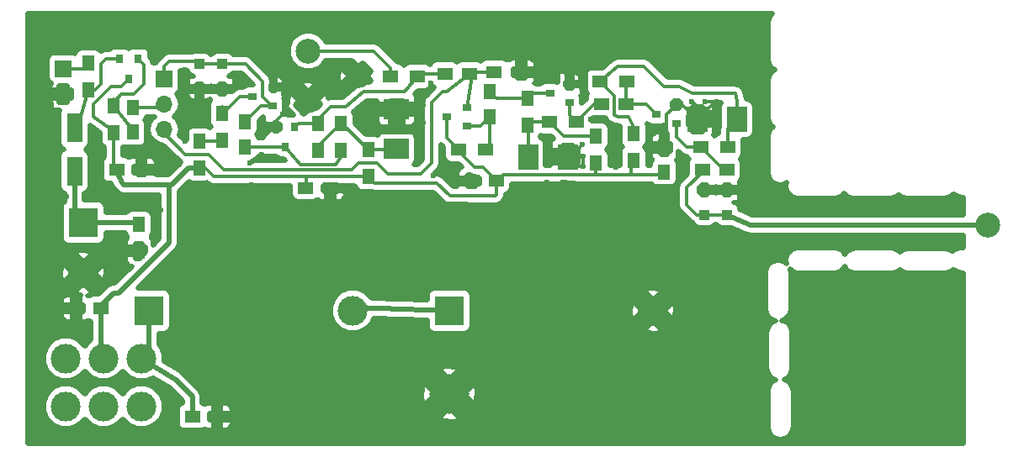
<source format=gbr>
G04 #@! TF.FileFunction,Copper,L1,Top,Signal*
%FSLAX46Y46*%
G04 Gerber Fmt 4.6, Leading zero omitted, Abs format (unit mm)*
G04 Created by KiCad (PCBNEW 4.0.7) date 04/19/20 01:47:33*
%MOMM*%
%LPD*%
G01*
G04 APERTURE LIST*
%ADD10C,0.100000*%
%ADD11C,3.000000*%
%ADD12R,3.000000X3.000000*%
%ADD13R,1.500000X1.250000*%
%ADD14R,2.000000X2.500000*%
%ADD15R,1.250000X1.500000*%
%ADD16R,2.500000X2.000000*%
%ADD17R,1.000000X1.000000*%
%ADD18R,1.300000X1.500000*%
%ADD19R,1.700000X1.700000*%
%ADD20O,1.700000X1.700000*%
%ADD21R,0.900000X0.800000*%
%ADD22R,0.800000X0.900000*%
%ADD23R,1.500000X1.300000*%
%ADD24C,2.500000*%
%ADD25C,4.000000*%
%ADD26R,1.600000X3.000000*%
%ADD27C,0.600000*%
%ADD28C,0.500000*%
%ADD29C,0.350000*%
%ADD30C,0.250000*%
G04 APERTURE END LIST*
D10*
D11*
X71544000Y-112776000D03*
D12*
X51054000Y-112776000D03*
D11*
X50292000Y-117602000D03*
X46482000Y-117602000D03*
X42672000Y-117602000D03*
X50292000Y-122428000D03*
X46482000Y-122428000D03*
X42672000Y-122428000D03*
X101770000Y-112776000D03*
D12*
X81280000Y-112776000D03*
D13*
X109200000Y-98552000D03*
X106700000Y-98552000D03*
D14*
X110204000Y-93472000D03*
X106204000Y-93472000D03*
D13*
X96540000Y-91948000D03*
X99040000Y-91948000D03*
D14*
X89186000Y-97282000D03*
X93186000Y-97282000D03*
D15*
X85344000Y-93198000D03*
X85344000Y-90698000D03*
D13*
X80792000Y-88900000D03*
X83292000Y-88900000D03*
D16*
X75946000Y-96488000D03*
X75946000Y-92488000D03*
D15*
X60706000Y-93746000D03*
X60706000Y-96246000D03*
X102870000Y-96286000D03*
X102870000Y-98786000D03*
X49410000Y-94790000D03*
X49410000Y-92290000D03*
D17*
X109220000Y-103104000D03*
X109220000Y-100604000D03*
X106934000Y-100604000D03*
X106934000Y-103104000D03*
X56134000Y-90404000D03*
X56134000Y-87904000D03*
D18*
X58420000Y-92884000D03*
X58420000Y-95584000D03*
D17*
X58420000Y-87904000D03*
X58420000Y-90404000D03*
D19*
X42418000Y-88392000D03*
D20*
X42418000Y-90932000D03*
D21*
X104124000Y-93914000D03*
X104124000Y-92014000D03*
X102124000Y-92964000D03*
X93375000Y-91825000D03*
X93375000Y-89925000D03*
X91375000Y-90875000D03*
X83042000Y-94168000D03*
X83042000Y-92268000D03*
X81042000Y-93218000D03*
D22*
X65720000Y-94250000D03*
X63820000Y-94250000D03*
X64770000Y-96250000D03*
D21*
X63484000Y-92136000D03*
X63484000Y-90236000D03*
X61484000Y-91186000D03*
D22*
X49972000Y-87392000D03*
X48072000Y-87392000D03*
X49022000Y-89392000D03*
D23*
X109300000Y-96266000D03*
X106600000Y-96266000D03*
D18*
X99822000Y-97616000D03*
X99822000Y-94916000D03*
D23*
X96450000Y-89700000D03*
X99150000Y-89700000D03*
X91360000Y-93726000D03*
X94060000Y-93726000D03*
D18*
X96012000Y-97870000D03*
X96012000Y-95170000D03*
X89154000Y-94060000D03*
X89154000Y-91360000D03*
D23*
X82216000Y-96520000D03*
X84916000Y-96520000D03*
X85775000Y-88725000D03*
X88475000Y-88725000D03*
D18*
X68072000Y-96600000D03*
X68072000Y-93900000D03*
D23*
X78058000Y-89154000D03*
X75358000Y-89154000D03*
D18*
X73100000Y-99250000D03*
X73100000Y-96550000D03*
X70358000Y-93900000D03*
X70358000Y-96600000D03*
X56134000Y-98378000D03*
X56134000Y-95678000D03*
X47498000Y-94822000D03*
X47498000Y-92122000D03*
X44958000Y-90504000D03*
X44958000Y-87804000D03*
D24*
X72096000Y-89114000D03*
X67056000Y-91614000D03*
X67056000Y-86614000D03*
D19*
X52578000Y-89408000D03*
D20*
X52578000Y-91948000D03*
X52578000Y-94488000D03*
D13*
X50272000Y-98552000D03*
X47772000Y-98552000D03*
X69300000Y-100400000D03*
X66800000Y-100400000D03*
X83525000Y-99700000D03*
X86025000Y-99700000D03*
D24*
X135430000Y-104160000D03*
D25*
X81280000Y-121158000D03*
D13*
X57892000Y-123444000D03*
X55392000Y-123444000D03*
X43708000Y-112522000D03*
X46208000Y-112522000D03*
D12*
X44450000Y-103886000D03*
D11*
X44450000Y-108966000D03*
D26*
X43540000Y-94300000D03*
X43540000Y-98700000D03*
D18*
X50038000Y-104060000D03*
X50038000Y-106760000D03*
D27*
X39878000Y-120142000D03*
X39878000Y-121412000D03*
X39878000Y-122936000D03*
X39878000Y-124460000D03*
X40386000Y-125730000D03*
X42672000Y-125984000D03*
X45212000Y-125730000D03*
X47498000Y-125730000D03*
X50546000Y-125730000D03*
X52324000Y-125730000D03*
X78670000Y-93820000D03*
X78620000Y-92010000D03*
X79040000Y-91050000D03*
X79410000Y-89810000D03*
X79410000Y-87660000D03*
X79510000Y-86360000D03*
X79880000Y-84550000D03*
X105625000Y-91675000D03*
X106975000Y-91675000D03*
X108150000Y-91675000D03*
X94750000Y-98225000D03*
X94750000Y-97225000D03*
X94675000Y-96025000D03*
X94996000Y-83820000D03*
X94996000Y-85090000D03*
X94742000Y-86614000D03*
X94488000Y-87884000D03*
X94488000Y-89408000D03*
X94525000Y-90300000D03*
X94700000Y-91675000D03*
X95504000Y-93472000D03*
X96774000Y-93472000D03*
X97536000Y-93980000D03*
X98044000Y-95250000D03*
X98044000Y-97028000D03*
X98044000Y-98298000D03*
X75692000Y-94488000D03*
X66294000Y-88900000D03*
X67564000Y-89154000D03*
X69088000Y-89662000D03*
X70612000Y-90678000D03*
X72136000Y-92456000D03*
X52070000Y-98806000D03*
X39370000Y-108204000D03*
X39370000Y-105918000D03*
X39116000Y-103124000D03*
X39370000Y-102362000D03*
X39116000Y-112522000D03*
X39624000Y-109728000D03*
X52250000Y-102650000D03*
X51070000Y-102470000D03*
X48460000Y-101620000D03*
X46910000Y-101610000D03*
X45670000Y-101530000D03*
X44490000Y-101320000D03*
X42730000Y-101240000D03*
X41300000Y-100870000D03*
X54040000Y-85300000D03*
X54300000Y-86750000D03*
X54700000Y-88500000D03*
X54500000Y-89610000D03*
X54270000Y-90500000D03*
X54280000Y-91770000D03*
X54220000Y-92810000D03*
X39750000Y-100750000D03*
X39200000Y-99950000D03*
X39050000Y-98650000D03*
X39150000Y-96900000D03*
X39100000Y-95400000D03*
X38900000Y-93850000D03*
X38900000Y-92650000D03*
X39050000Y-91650000D03*
X61900000Y-101050000D03*
X61334000Y-100050000D03*
X61184000Y-97850000D03*
X62400000Y-97000000D03*
X62450000Y-95300000D03*
X54850000Y-93500000D03*
X54800000Y-94450000D03*
X54650000Y-95650000D03*
X54200000Y-102200000D03*
X59550000Y-102100000D03*
X57700000Y-102000000D03*
X55450000Y-101900000D03*
X61800000Y-102100000D03*
X63875000Y-101825000D03*
X65875000Y-101850000D03*
X68150000Y-101975000D03*
X70450000Y-102000000D03*
X72129966Y-101802640D03*
X74050000Y-102025000D03*
X75650000Y-102250000D03*
X48400000Y-83250000D03*
X46650000Y-83300000D03*
X44400000Y-83300000D03*
X42600000Y-83050000D03*
X40400000Y-83100000D03*
X39550000Y-83850000D03*
X38850000Y-85100000D03*
X38800000Y-86500000D03*
X38850000Y-88150000D03*
X38850000Y-89800000D03*
X39300000Y-90950000D03*
X78070000Y-95550000D03*
X78030000Y-97230000D03*
X64500000Y-93000000D03*
X65000000Y-91500000D03*
X65000000Y-89500000D03*
X65000000Y-84000000D03*
X65000000Y-88000000D03*
X65000000Y-86500000D03*
X65000000Y-85000000D03*
X54040000Y-98070000D03*
X53970000Y-83840000D03*
X50450000Y-83200000D03*
X38862000Y-115062000D03*
X54250000Y-83150000D03*
X52350000Y-83150000D03*
X56750000Y-83100000D03*
X110744000Y-108966000D03*
X109474000Y-107188000D03*
X107188000Y-105410000D03*
X104902000Y-103378000D03*
X103124000Y-101854000D03*
X101346000Y-100838000D03*
X39878000Y-118872000D03*
X111760000Y-112522000D03*
X111506000Y-115062000D03*
X111760000Y-116840000D03*
X111506000Y-119380000D03*
X111252000Y-121412000D03*
X110744000Y-123698000D03*
X109474000Y-125476000D03*
X105918000Y-125730000D03*
X102616000Y-125730000D03*
X99822000Y-125984000D03*
X96266000Y-125984000D03*
X93218000Y-125730000D03*
X88646000Y-125476000D03*
X85598000Y-125730000D03*
X82042000Y-125730000D03*
X78232000Y-125984000D03*
X74676000Y-125984000D03*
X71628000Y-125984000D03*
X68072000Y-125730000D03*
X64770000Y-125730000D03*
X62230000Y-125730000D03*
X59944000Y-125476000D03*
X58420000Y-125222000D03*
X55626000Y-125222000D03*
X53594000Y-125222000D03*
X112014000Y-109728000D03*
X112014000Y-107442000D03*
X77250000Y-101900000D03*
X78350000Y-101350000D03*
X99822000Y-100330000D03*
X96774000Y-100076000D03*
X95250000Y-100092000D03*
X92710000Y-99822000D03*
X91050000Y-99838000D03*
X88850000Y-100750000D03*
X87500000Y-101950000D03*
X85600000Y-102550000D03*
X83300000Y-102350000D03*
X81250000Y-102050000D03*
X132590000Y-105420000D03*
X132660000Y-102460000D03*
X114440000Y-105640000D03*
X114540000Y-105640000D03*
X130048000Y-105410000D03*
X127630000Y-105470000D03*
X125790000Y-105370000D03*
X124190000Y-105490000D03*
X122480000Y-105510000D03*
X120690000Y-105550000D03*
X118470000Y-105500000D03*
X116590000Y-105480000D03*
X129810000Y-102470000D03*
X128220000Y-102440000D03*
X126370000Y-102440000D03*
X124210000Y-102420000D03*
X122510000Y-102420000D03*
X120750000Y-102420000D03*
X118800000Y-102370000D03*
X116008911Y-102321919D03*
X113550000Y-102230000D03*
X113030000Y-101346000D03*
X113140000Y-99548000D03*
X113030000Y-97028000D03*
X113030000Y-94996000D03*
X113030000Y-92964000D03*
X113030000Y-90932000D03*
X113060000Y-89634000D03*
X112950000Y-87834000D03*
X112760000Y-85736000D03*
X112014000Y-84074000D03*
X110236000Y-83820000D03*
X104400000Y-83250000D03*
X102600000Y-83150000D03*
X101100000Y-83150000D03*
X99350000Y-83100000D03*
X97600000Y-83100000D03*
X96350000Y-83000000D03*
X106450000Y-83450000D03*
X108458000Y-83566000D03*
X79630000Y-99140000D03*
X80960000Y-98260000D03*
X79960000Y-102710000D03*
X79970000Y-101350000D03*
X78560000Y-83590000D03*
X58450000Y-82900000D03*
X60500000Y-83000000D03*
X62200000Y-83100000D03*
X63650000Y-83100000D03*
X65300000Y-83100000D03*
X67100000Y-83150000D03*
X68950000Y-83250000D03*
X71250000Y-83300000D03*
X73150000Y-83250000D03*
X74650000Y-83350000D03*
X76700000Y-83250000D03*
X95000000Y-83050000D03*
X93500000Y-83000000D03*
X92050000Y-83050000D03*
X91000000Y-83100000D03*
X89400000Y-83000000D03*
X87750000Y-83050000D03*
X86550000Y-83100000D03*
X85200000Y-83150000D03*
X83950000Y-83000000D03*
X82400000Y-83000000D03*
X80900000Y-83050000D03*
X79250000Y-83100000D03*
D28*
X81280000Y-112776000D02*
X71868000Y-112452000D01*
X71868000Y-112452000D02*
X71544000Y-112776000D01*
X51054000Y-112776000D02*
X51054000Y-116840000D01*
X51054000Y-116840000D02*
X50292000Y-117602000D01*
X50374000Y-113456000D02*
X51054000Y-112776000D01*
X50292000Y-117602000D02*
X53710000Y-119750000D01*
X55392000Y-121432000D02*
X55392000Y-123444000D01*
X53710000Y-119750000D02*
X55392000Y-121432000D01*
X50837000Y-117057000D02*
X50292000Y-117602000D01*
D29*
X39878000Y-118872000D02*
X39878000Y-120142000D01*
X39878000Y-121412000D02*
X39878000Y-122936000D01*
X39878000Y-124460000D02*
X40386000Y-124968000D01*
X40386000Y-124968000D02*
X40386000Y-125730000D01*
X42672000Y-125984000D02*
X42926000Y-125730000D01*
X42926000Y-125730000D02*
X45212000Y-125730000D01*
X47498000Y-125730000D02*
X50546000Y-125730000D01*
X52324000Y-125730000D02*
X52832000Y-125222000D01*
X52832000Y-125222000D02*
X53594000Y-125222000D01*
X78670000Y-93820000D02*
X78620000Y-93770000D01*
X78620000Y-93770000D02*
X78620000Y-92010000D01*
X79040000Y-91050000D02*
X79410000Y-90680000D01*
X79410000Y-90680000D02*
X79410000Y-89810000D01*
X79410000Y-87660000D02*
X79510000Y-87560000D01*
X79510000Y-87560000D02*
X79510000Y-86360000D01*
X79880000Y-84550000D02*
X80900000Y-83530000D01*
X80900000Y-83530000D02*
X80900000Y-83050000D01*
X108150000Y-91675000D02*
X108001000Y-91675000D01*
X108001000Y-91675000D02*
X106204000Y-93472000D01*
X106204000Y-93472000D02*
X106204000Y-92254000D01*
X106204000Y-92254000D02*
X105625000Y-91675000D01*
X106975000Y-91675000D02*
X108150000Y-91675000D01*
X94750000Y-98225000D02*
X94129000Y-98225000D01*
X94129000Y-98225000D02*
X93186000Y-97282000D01*
X93186000Y-97282000D02*
X93418000Y-97282000D01*
X93418000Y-97282000D02*
X94675000Y-96025000D01*
X94750000Y-97225000D02*
X94750000Y-98225000D01*
X95000000Y-83816000D02*
X95000000Y-83050000D01*
X94996000Y-83820000D02*
X95000000Y-83816000D01*
X94996000Y-86360000D02*
X94996000Y-85090000D01*
X94742000Y-86614000D02*
X94996000Y-86360000D01*
X94488000Y-89408000D02*
X94488000Y-87884000D01*
X94525000Y-90554000D02*
X94525000Y-90300000D01*
X94700000Y-91675000D02*
X94525000Y-90554000D01*
X96774000Y-93472000D02*
X95504000Y-93472000D01*
X97536000Y-94742000D02*
X97536000Y-93980000D01*
X98044000Y-95250000D02*
X97536000Y-94742000D01*
X98044000Y-98298000D02*
X98044000Y-97028000D01*
X102870000Y-96286000D02*
X102870000Y-94996000D01*
X103124000Y-93014000D02*
X104124000Y-92014000D01*
X103124000Y-94742000D02*
X103124000Y-93014000D01*
X102870000Y-94996000D02*
X103124000Y-94742000D01*
X104124000Y-92014000D02*
X104746000Y-92014000D01*
X104746000Y-92014000D02*
X106204000Y-93472000D01*
X73406000Y-93218000D02*
X73406000Y-93726000D01*
X74168000Y-94488000D02*
X75692000Y-94488000D01*
X73406000Y-93726000D02*
X74168000Y-94488000D01*
X67310000Y-88900000D02*
X66294000Y-88900000D01*
X67564000Y-89154000D02*
X67310000Y-88900000D01*
X69596000Y-89662000D02*
X69088000Y-89662000D01*
X70612000Y-90678000D02*
X69596000Y-89662000D01*
X72644000Y-92456000D02*
X72136000Y-92456000D01*
X73406000Y-93218000D02*
X72644000Y-92456000D01*
X50272000Y-98552000D02*
X51816000Y-98552000D01*
X51816000Y-98552000D02*
X52070000Y-98806000D01*
X39370000Y-108204000D02*
X39370000Y-105918000D01*
X39116000Y-103124000D02*
X39370000Y-102870000D01*
X39370000Y-102870000D02*
X39370000Y-102362000D01*
X39116000Y-112522000D02*
X39624000Y-112014000D01*
X39624000Y-112014000D02*
X39624000Y-109728000D01*
D28*
X52250000Y-102650000D02*
X51250000Y-102650000D01*
X51250000Y-102650000D02*
X51070000Y-102470000D01*
X48460000Y-101620000D02*
X48450000Y-101610000D01*
X48450000Y-101610000D02*
X46910000Y-101610000D01*
X45670000Y-101530000D02*
X45460000Y-101320000D01*
X45460000Y-101320000D02*
X44490000Y-101320000D01*
X42730000Y-101240000D02*
X42360000Y-100870000D01*
X42360000Y-100870000D02*
X41300000Y-100870000D01*
X54850000Y-93500000D02*
X54850000Y-93440000D01*
X54040000Y-86490000D02*
X54040000Y-85300000D01*
X54300000Y-86750000D02*
X54040000Y-86490000D01*
X54700000Y-89410000D02*
X54700000Y-88500000D01*
X54500000Y-89610000D02*
X54700000Y-89410000D01*
X54270000Y-91760000D02*
X54270000Y-90500000D01*
X54280000Y-91770000D02*
X54270000Y-91760000D01*
X54850000Y-93440000D02*
X54220000Y-92810000D01*
X39750000Y-100750000D02*
X39200000Y-100200000D01*
X39200000Y-100200000D02*
X39200000Y-99950000D01*
X39050000Y-98650000D02*
X39150000Y-98550000D01*
X39150000Y-98550000D02*
X39150000Y-96900000D01*
X39100000Y-95400000D02*
X38900000Y-95200000D01*
X38900000Y-95200000D02*
X38900000Y-93850000D01*
X38900000Y-92650000D02*
X39050000Y-92500000D01*
X39050000Y-92500000D02*
X39050000Y-91650000D01*
X63820000Y-94250000D02*
X63500000Y-94250000D01*
X63500000Y-94250000D02*
X62450000Y-95300000D01*
X61900000Y-100500000D02*
X61900000Y-101050000D01*
X61334000Y-100050000D02*
X61900000Y-100500000D01*
X62200000Y-97200000D02*
X61184000Y-97850000D01*
X62400000Y-97000000D02*
X62200000Y-97200000D01*
X54800000Y-95500000D02*
X54800000Y-94450000D01*
X54650000Y-95650000D02*
X54800000Y-95500000D01*
X59550000Y-102100000D02*
X59450000Y-102000000D01*
X59450000Y-102000000D02*
X57700000Y-102000000D01*
X55450000Y-101900000D02*
X54950000Y-101400000D01*
X54950000Y-101400000D02*
X54200000Y-102200000D01*
X62800000Y-102100000D02*
X61800000Y-102100000D01*
X63875000Y-101825000D02*
X62800000Y-102100000D01*
X68050000Y-102075000D02*
X65875000Y-101850000D01*
X68150000Y-101975000D02*
X68050000Y-102075000D01*
X72029966Y-101702640D02*
X70450000Y-102000000D01*
X72129966Y-101802640D02*
X72029966Y-101702640D01*
X75000000Y-102900000D02*
X74050000Y-102025000D01*
X75650000Y-102250000D02*
X75000000Y-102900000D01*
X46700000Y-83250000D02*
X48400000Y-83250000D01*
X46650000Y-83300000D02*
X46700000Y-83250000D01*
X42850000Y-83300000D02*
X44400000Y-83300000D01*
X42600000Y-83050000D02*
X42850000Y-83300000D01*
X40300000Y-83100000D02*
X40400000Y-83100000D01*
X39550000Y-83850000D02*
X40300000Y-83100000D01*
X38850000Y-86450000D02*
X38850000Y-85100000D01*
X38800000Y-86500000D02*
X38850000Y-86450000D01*
X38850000Y-89800000D02*
X38850000Y-88150000D01*
X39310000Y-90940000D02*
X39300000Y-90950000D01*
X42418000Y-90932000D02*
X39310000Y-90940000D01*
X78070000Y-95550000D02*
X78030000Y-95590000D01*
X78030000Y-95590000D02*
X78030000Y-97230000D01*
D29*
X93186000Y-97282000D02*
X93991000Y-97282000D01*
X63820000Y-94250000D02*
X63820000Y-93680000D01*
X63820000Y-93680000D02*
X64500000Y-93000000D01*
X65000000Y-91500000D02*
X64500000Y-91000000D01*
X64500000Y-91000000D02*
X64500000Y-90000000D01*
X64500000Y-90000000D02*
X65000000Y-89500000D01*
X65000000Y-88000000D02*
X65000000Y-86500000D01*
X65000000Y-85000000D02*
X65000000Y-84000000D01*
X54040000Y-98070000D02*
X54010000Y-98040000D01*
X75946000Y-92234000D02*
X74866000Y-92234000D01*
D28*
X53970000Y-83840000D02*
X54250000Y-83560000D01*
X50500000Y-83150000D02*
X52350000Y-83150000D01*
X50450000Y-83200000D02*
X50500000Y-83150000D01*
D29*
X38862000Y-117094000D02*
X38862000Y-115062000D01*
X39116000Y-117348000D02*
X38862000Y-117094000D01*
D28*
X39116000Y-118110000D02*
X39116000Y-117348000D01*
X54250000Y-83560000D02*
X54250000Y-83150000D01*
X54300000Y-83100000D02*
X56750000Y-83100000D01*
X54250000Y-83150000D02*
X54300000Y-83100000D01*
X39878000Y-118872000D02*
X39116000Y-118110000D01*
D29*
X110744000Y-108458000D02*
X110744000Y-108966000D01*
X109474000Y-107188000D02*
X110744000Y-108458000D01*
X106934000Y-105410000D02*
X107188000Y-105410000D01*
X104902000Y-103378000D02*
X106934000Y-105410000D01*
X102362000Y-101854000D02*
X103124000Y-101854000D01*
X101346000Y-100838000D02*
X102362000Y-101854000D01*
X111760000Y-112522000D02*
X111506000Y-112776000D01*
X111506000Y-112776000D02*
X111506000Y-115062000D01*
X111760000Y-116840000D02*
X111506000Y-117094000D01*
X111506000Y-117094000D02*
X111506000Y-119380000D01*
X111252000Y-121412000D02*
X110744000Y-121920000D01*
X110744000Y-121920000D02*
X110744000Y-123698000D01*
X109474000Y-125476000D02*
X109220000Y-125730000D01*
X109220000Y-125730000D02*
X105918000Y-125730000D01*
X102616000Y-125730000D02*
X102362000Y-125984000D01*
X102362000Y-125984000D02*
X99822000Y-125984000D01*
X96266000Y-125984000D02*
X96012000Y-125730000D01*
X96012000Y-125730000D02*
X93218000Y-125730000D01*
X88646000Y-125476000D02*
X88392000Y-125730000D01*
X88392000Y-125730000D02*
X85598000Y-125730000D01*
X82042000Y-125730000D02*
X81788000Y-125984000D01*
X81788000Y-125984000D02*
X78232000Y-125984000D01*
X74676000Y-125984000D02*
X71628000Y-125984000D01*
X68072000Y-125730000D02*
X64770000Y-125730000D01*
X62230000Y-125730000D02*
X61214000Y-125476000D01*
X61214000Y-125476000D02*
X59944000Y-125476000D01*
X58420000Y-125222000D02*
X57150000Y-125222000D01*
X57150000Y-125222000D02*
X55626000Y-125222000D01*
X112014000Y-107442000D02*
X112014000Y-109728000D01*
D28*
X77800000Y-101900000D02*
X77250000Y-101900000D01*
X78350000Y-101350000D02*
X77800000Y-101900000D01*
X99822000Y-100330000D02*
X99722000Y-100230000D01*
X99722000Y-100230000D02*
X96774000Y-100076000D01*
X95250000Y-100092000D02*
X92710000Y-99822000D01*
X91050000Y-99838000D02*
X90900000Y-99988000D01*
X90900000Y-99988000D02*
X88850000Y-100750000D01*
X87500000Y-101950000D02*
X86900000Y-102550000D01*
X86900000Y-102550000D02*
X85600000Y-102550000D01*
X83300000Y-102350000D02*
X83000000Y-102050000D01*
X83000000Y-102050000D02*
X81250000Y-102050000D01*
X114540000Y-105640000D02*
X114640000Y-105540000D01*
X132540000Y-105370000D02*
X132590000Y-105420000D01*
X130098000Y-105460000D02*
X132540000Y-105370000D01*
X130048000Y-105410000D02*
X130098000Y-105460000D01*
X125790000Y-105370000D02*
X127630000Y-105470000D01*
X122530000Y-105460000D02*
X124190000Y-105490000D01*
X122480000Y-105510000D02*
X122530000Y-105460000D01*
X118520000Y-105550000D02*
X120690000Y-105550000D01*
X118470000Y-105500000D02*
X118520000Y-105550000D01*
X114640000Y-105540000D02*
X116590000Y-105480000D01*
X128270000Y-102490000D02*
X129810000Y-102470000D01*
X128220000Y-102440000D02*
X128270000Y-102490000D01*
X124210000Y-102420000D02*
X126370000Y-102440000D01*
X120800000Y-102470000D02*
X122510000Y-102420000D01*
X120750000Y-102420000D02*
X120800000Y-102470000D01*
X116058911Y-102371919D02*
X118800000Y-102370000D01*
X116008911Y-102321919D02*
X116058911Y-102371919D01*
X113300000Y-102230000D02*
X113550000Y-102230000D01*
X113030000Y-101346000D02*
X113300000Y-102230000D01*
X113080000Y-98118000D02*
X113140000Y-99548000D01*
X113030000Y-97028000D02*
X113080000Y-98118000D01*
X113080000Y-93014000D02*
X113030000Y-94996000D01*
X113030000Y-92964000D02*
X113080000Y-93014000D01*
X113010000Y-89684000D02*
X113030000Y-90932000D01*
X113060000Y-89634000D02*
X113010000Y-89684000D01*
X112910000Y-85886000D02*
X112950000Y-87834000D01*
X112760000Y-85736000D02*
X112910000Y-85886000D01*
X112204000Y-84054000D02*
X112014000Y-84074000D01*
X110236000Y-83820000D02*
X112204000Y-84054000D01*
X101100000Y-83150000D02*
X102600000Y-83150000D01*
X97600000Y-83100000D02*
X99350000Y-83100000D01*
X95050000Y-83000000D02*
X96350000Y-83000000D01*
X95000000Y-83050000D02*
X95050000Y-83000000D01*
X108308000Y-83416000D02*
X106450000Y-83450000D01*
X108458000Y-83566000D02*
X108308000Y-83416000D01*
X79630000Y-99140000D02*
X80510000Y-98260000D01*
X80510000Y-98260000D02*
X80960000Y-98260000D01*
X79970000Y-101350000D02*
X79960000Y-101360000D01*
X79960000Y-101360000D02*
X79960000Y-102710000D01*
X58450000Y-82900000D02*
X58550000Y-83000000D01*
X58550000Y-83000000D02*
X60500000Y-83000000D01*
X62200000Y-83100000D02*
X63650000Y-83100000D01*
X65300000Y-83100000D02*
X65350000Y-83150000D01*
X65350000Y-83150000D02*
X67100000Y-83150000D01*
X68950000Y-83250000D02*
X69000000Y-83300000D01*
X69000000Y-83300000D02*
X71250000Y-83300000D01*
X73150000Y-83250000D02*
X73250000Y-83350000D01*
X73250000Y-83350000D02*
X74650000Y-83350000D01*
X76700000Y-83250000D02*
X77040000Y-83590000D01*
X77040000Y-83590000D02*
X78560000Y-83590000D01*
X92100000Y-83000000D02*
X93500000Y-83000000D01*
X92050000Y-83050000D02*
X92100000Y-83000000D01*
X89500000Y-83100000D02*
X91000000Y-83100000D01*
X89400000Y-83000000D02*
X89500000Y-83100000D01*
X86600000Y-83050000D02*
X87750000Y-83050000D01*
X86550000Y-83100000D02*
X86600000Y-83050000D01*
X84100000Y-83150000D02*
X85200000Y-83150000D01*
X83950000Y-83000000D02*
X84100000Y-83150000D01*
X80950000Y-83000000D02*
X82400000Y-83000000D01*
X80900000Y-83050000D02*
X80950000Y-83000000D01*
X78760000Y-83590000D02*
X79250000Y-83100000D01*
X78760000Y-83590000D02*
X78560000Y-83590000D01*
D29*
X104124000Y-93914000D02*
X104124000Y-95234000D01*
X105156000Y-96266000D02*
X106600000Y-96266000D01*
X104124000Y-95234000D02*
X105156000Y-96266000D01*
X109200000Y-98552000D02*
X108886000Y-98552000D01*
X108886000Y-98552000D02*
X106600000Y-96266000D01*
X109300000Y-98452000D02*
X109200000Y-98552000D01*
X106458000Y-96124000D02*
X106600000Y-96266000D01*
X109220000Y-103104000D02*
X106934000Y-103104000D01*
X106700000Y-98552000D02*
X106700000Y-98786000D01*
X106700000Y-98786000D02*
X105156000Y-100330000D01*
X105156000Y-100330000D02*
X105156000Y-102108000D01*
X105156000Y-102108000D02*
X106152000Y-103104000D01*
X106152000Y-103104000D02*
X106934000Y-103104000D01*
D28*
X135430000Y-104160000D02*
X111546000Y-104160000D01*
X111546000Y-104160000D02*
X109220000Y-103104000D01*
D29*
X110204000Y-93472000D02*
X110204000Y-91662000D01*
X98218000Y-88138000D02*
X96450000Y-89700000D01*
X100838000Y-88138000D02*
X98218000Y-88138000D01*
X102870000Y-90170000D02*
X100838000Y-88138000D01*
X104394000Y-90170000D02*
X102870000Y-90170000D01*
X105739000Y-90890000D02*
X104394000Y-90170000D01*
X110057000Y-90890000D02*
X105739000Y-90890000D01*
X110204000Y-91662000D02*
X110057000Y-90890000D01*
X99822000Y-94916000D02*
X99822000Y-94234000D01*
X99822000Y-94234000D02*
X99314000Y-93218000D01*
X97819000Y-91087000D02*
X96450000Y-89700000D01*
X97819000Y-93039000D02*
X97819000Y-91087000D01*
X98298000Y-93218000D02*
X97819000Y-93039000D01*
X99314000Y-93218000D02*
X98298000Y-93218000D01*
X109300000Y-96266000D02*
X109300000Y-94376000D01*
X109300000Y-94376000D02*
X110204000Y-93472000D01*
X93375000Y-91825000D02*
X93375000Y-93041000D01*
X93375000Y-93041000D02*
X94060000Y-93726000D01*
X96540000Y-91948000D02*
X95838000Y-91948000D01*
X95838000Y-91948000D02*
X94060000Y-93726000D01*
X99040000Y-91948000D02*
X99050000Y-89800000D01*
X99050000Y-89800000D02*
X99150000Y-89700000D01*
X99040000Y-91948000D02*
X101108000Y-91948000D01*
X101108000Y-91948000D02*
X102124000Y-92964000D01*
X91360000Y-93726000D02*
X89488000Y-93726000D01*
X89488000Y-93726000D02*
X89154000Y-94060000D01*
X96012000Y-95170000D02*
X92804000Y-95170000D01*
X92804000Y-95170000D02*
X91360000Y-93726000D01*
X89186000Y-97282000D02*
X89186000Y-94092000D01*
X89186000Y-94092000D02*
X89154000Y-94060000D01*
X89154000Y-97250000D02*
X89186000Y-97282000D01*
X89328000Y-94234000D02*
X89154000Y-94060000D01*
X88900000Y-96996000D02*
X89186000Y-97282000D01*
X88900000Y-96996000D02*
X89186000Y-97282000D01*
X85344000Y-93198000D02*
X85344000Y-96092000D01*
X85344000Y-96092000D02*
X84916000Y-96520000D01*
X83042000Y-94168000D02*
X84374000Y-94168000D01*
X84374000Y-94168000D02*
X85344000Y-93198000D01*
X91375000Y-90875000D02*
X89639000Y-90875000D01*
X89639000Y-90875000D02*
X89154000Y-91360000D01*
X89154000Y-91360000D02*
X86006000Y-91360000D01*
X86006000Y-91360000D02*
X85344000Y-90698000D01*
X89424000Y-91090000D02*
X89154000Y-91360000D01*
X68072000Y-93900000D02*
X68072000Y-93472000D01*
X68072000Y-93472000D02*
X69342000Y-92202000D01*
X76788000Y-90678000D02*
X78058000Y-89154000D01*
X72644000Y-90678000D02*
X76788000Y-90678000D01*
X70866000Y-92202000D02*
X72644000Y-90678000D01*
X69342000Y-92202000D02*
X70866000Y-92202000D01*
X80792000Y-88900000D02*
X78312000Y-88900000D01*
X78312000Y-88900000D02*
X78058000Y-89154000D01*
X68072000Y-93900000D02*
X68072000Y-93726000D01*
X65720000Y-94250000D02*
X65770000Y-94250000D01*
X65770000Y-94250000D02*
X66120000Y-93900000D01*
X66120000Y-93900000D02*
X68072000Y-93900000D01*
X85775000Y-88725000D02*
X83467000Y-88725000D01*
X83467000Y-88725000D02*
X83292000Y-88900000D01*
X52578000Y-94488000D02*
X52578000Y-94878000D01*
X52578000Y-94878000D02*
X54700000Y-97000000D01*
X54700000Y-97000000D02*
X57000000Y-97000000D01*
X57000000Y-97000000D02*
X58600000Y-98600000D01*
X58600000Y-98600000D02*
X71400000Y-98600000D01*
X71400000Y-98600000D02*
X72100000Y-97900000D01*
X72100000Y-97900000D02*
X74000000Y-97900000D01*
X74000000Y-97900000D02*
X75100000Y-99000000D01*
X75100000Y-99000000D02*
X78400000Y-99000000D01*
X78400000Y-99000000D02*
X79500000Y-97900000D01*
X79500000Y-97900000D02*
X79500000Y-91800000D01*
X79500000Y-91800000D02*
X80600000Y-90700000D01*
X80600000Y-90700000D02*
X80984000Y-90700000D01*
X80984000Y-90700000D02*
X83292000Y-88900000D01*
X83042000Y-92268000D02*
X83550000Y-89158000D01*
X83550000Y-89158000D02*
X83292000Y-88900000D01*
X73100000Y-96550000D02*
X75884000Y-96550000D01*
X75884000Y-96550000D02*
X75946000Y-96488000D01*
X70358000Y-93900000D02*
X70450000Y-93900000D01*
X70450000Y-93900000D02*
X73100000Y-96550000D01*
X68072000Y-96600000D02*
X68072000Y-96186000D01*
X68072000Y-96186000D02*
X70358000Y-93900000D01*
X52578000Y-89408000D02*
X52578000Y-88138000D01*
X53086000Y-87630000D02*
X55860000Y-87630000D01*
X52578000Y-88138000D02*
X53086000Y-87630000D01*
X55860000Y-87630000D02*
X56134000Y-87904000D01*
X58420000Y-87904000D02*
X56134000Y-87904000D01*
X63484000Y-92136000D02*
X63434000Y-92136000D01*
X63434000Y-92136000D02*
X62484000Y-91186000D01*
X60726000Y-87904000D02*
X58420000Y-87904000D01*
X62484000Y-89662000D02*
X60726000Y-87904000D01*
X62484000Y-91186000D02*
X62484000Y-89662000D01*
X63484000Y-92136000D02*
X62316000Y-92136000D01*
X62316000Y-92136000D02*
X60706000Y-93746000D01*
X52578000Y-89408000D02*
X52832000Y-89408000D01*
X60706000Y-96246000D02*
X64766000Y-96246000D01*
X64766000Y-96246000D02*
X64770000Y-96250000D01*
X70358000Y-96600000D02*
X70358000Y-97282000D01*
X66310000Y-98044000D02*
X64770000Y-96250000D01*
X69850000Y-98044000D02*
X66310000Y-98044000D01*
X70358000Y-97282000D02*
X69850000Y-98044000D01*
X47498000Y-92122000D02*
X47498000Y-91794000D01*
X47498000Y-91794000D02*
X48260000Y-90932000D01*
X50546000Y-87966000D02*
X49972000Y-87392000D01*
X50546000Y-89916000D02*
X50546000Y-87966000D01*
X49530000Y-90932000D02*
X50546000Y-89916000D01*
X48260000Y-90932000D02*
X49530000Y-90932000D01*
X49410000Y-94790000D02*
X49410000Y-94590000D01*
X49410000Y-94590000D02*
X47498000Y-92122000D01*
X47498000Y-92122000D02*
X47498000Y-91492000D01*
X47498000Y-92122000D02*
X47498000Y-92322000D01*
X47498000Y-92122000D02*
X47378000Y-92322000D01*
X47378000Y-92322000D02*
X47678000Y-92022000D01*
X47678000Y-92022000D02*
X47678000Y-92002000D01*
X49410000Y-92290000D02*
X52236000Y-92290000D01*
X52236000Y-92290000D02*
X52578000Y-91948000D01*
X58420000Y-92884000D02*
X58500000Y-92884000D01*
X58500000Y-92884000D02*
X60198000Y-91186000D01*
X60198000Y-91186000D02*
X61484000Y-91186000D01*
X58420000Y-92884000D02*
X58420000Y-92202000D01*
X56134000Y-95678000D02*
X58326000Y-95678000D01*
X58326000Y-95678000D02*
X58420000Y-95584000D01*
D28*
X46208000Y-112522000D02*
X46208000Y-117328000D01*
X46208000Y-117328000D02*
X46482000Y-117602000D01*
D29*
X96012000Y-97870000D02*
X96012000Y-99060000D01*
X96012000Y-99060000D02*
X95758000Y-99060000D01*
X99568000Y-99060000D02*
X99568000Y-97870000D01*
X99568000Y-97870000D02*
X99822000Y-97616000D01*
X84582000Y-98298000D02*
X84623000Y-98298000D01*
X84623000Y-98298000D02*
X86025000Y-99700000D01*
X101346000Y-99060000D02*
X99568000Y-99060000D01*
X99568000Y-99060000D02*
X98044000Y-99060000D01*
X98044000Y-99060000D02*
X95758000Y-99060000D01*
X95758000Y-99060000D02*
X86665000Y-99060000D01*
X86665000Y-99060000D02*
X86025000Y-99700000D01*
X101346000Y-99060000D02*
X102596000Y-99060000D01*
X102596000Y-99060000D02*
X102870000Y-98786000D01*
X47498000Y-94822000D02*
X47498000Y-94694000D01*
X47498000Y-94694000D02*
X45466000Y-93218000D01*
X48244000Y-90170000D02*
X49022000Y-89392000D01*
X47244000Y-90170000D02*
X48244000Y-90170000D01*
X45466000Y-91948000D02*
X47244000Y-90170000D01*
X45466000Y-93218000D02*
X45466000Y-91948000D01*
D28*
X46208000Y-112522000D02*
X46208000Y-112288000D01*
X46208000Y-112288000D02*
X47498000Y-110998000D01*
X53086000Y-105918000D02*
X53086000Y-100076000D01*
X48006000Y-110998000D02*
X53086000Y-105918000D01*
X47498000Y-110998000D02*
X48006000Y-110998000D01*
X48229698Y-99587423D02*
X48229698Y-99791698D01*
X48514000Y-100076000D02*
X53086000Y-100076000D01*
X53086000Y-100076000D02*
X53354000Y-100076000D01*
X48229698Y-99791698D02*
X48514000Y-100076000D01*
X46208000Y-112522000D02*
X45990000Y-112460000D01*
D29*
X47498000Y-94822000D02*
X47038000Y-94822000D01*
X47498000Y-94822000D02*
X47498000Y-97790000D01*
X47498000Y-97790000D02*
X47616000Y-98630000D01*
D28*
X56134000Y-98378000D02*
X55052000Y-98378000D01*
X55052000Y-98378000D02*
X53354000Y-100076000D01*
X48229698Y-99587423D02*
X47616000Y-98630000D01*
D29*
X86025000Y-99700000D02*
X86025000Y-101075000D01*
X80000000Y-99900000D02*
X73750000Y-99900000D01*
X81300000Y-101200000D02*
X80000000Y-99900000D01*
X85900000Y-101200000D02*
X81300000Y-101200000D01*
X86025000Y-101075000D02*
X85900000Y-101200000D01*
X73750000Y-99900000D02*
X73100000Y-99250000D01*
X66900000Y-99250000D02*
X66900000Y-100300000D01*
X66900000Y-100300000D02*
X66800000Y-100400000D01*
X56134000Y-98378000D02*
X56678000Y-98378000D01*
X56678000Y-98378000D02*
X57550000Y-99250000D01*
X57550000Y-99250000D02*
X66900000Y-99250000D01*
X66900000Y-99250000D02*
X73100000Y-99250000D01*
D30*
X56134000Y-98378000D02*
X56134000Y-98534000D01*
D29*
X56134000Y-98378000D02*
X55800000Y-98378000D01*
X56134000Y-98378000D02*
X56214000Y-98378000D01*
X81788000Y-96092000D02*
X82216000Y-96520000D01*
X83820000Y-98298000D02*
X82216000Y-96694000D01*
X84582000Y-98298000D02*
X83820000Y-98298000D01*
X82216000Y-96694000D02*
X82216000Y-96520000D01*
X81042000Y-93218000D02*
X81042000Y-95346000D01*
X81042000Y-95346000D02*
X82216000Y-96520000D01*
X42418000Y-88392000D02*
X44370000Y-88392000D01*
X44370000Y-88392000D02*
X44958000Y-87804000D01*
X44358000Y-88404000D02*
X44958000Y-87804000D01*
X75358000Y-89154000D02*
X75358000Y-88312000D01*
X73660000Y-86614000D02*
X67056000Y-86614000D01*
X75358000Y-88312000D02*
X73660000Y-86614000D01*
X67230000Y-86788000D02*
X67056000Y-86614000D01*
X44958000Y-90504000D02*
X45640000Y-90504000D01*
X46720000Y-87392000D02*
X48072000Y-87392000D01*
X46228000Y-87884000D02*
X46720000Y-87392000D01*
X46228000Y-89916000D02*
X46228000Y-87884000D01*
X45640000Y-90504000D02*
X46228000Y-89916000D01*
X44958000Y-90504000D02*
X44958000Y-90424000D01*
X44958000Y-90504000D02*
X44000000Y-93840000D01*
X44000000Y-93840000D02*
X43540000Y-94300000D01*
D28*
X43540000Y-98700000D02*
X43540000Y-102976000D01*
X43540000Y-102976000D02*
X44450000Y-103886000D01*
X44450000Y-103886000D02*
X49864000Y-103886000D01*
X49864000Y-103886000D02*
X50038000Y-104060000D01*
D29*
X44720000Y-103616000D02*
X44450000Y-103886000D01*
X45400000Y-102936000D02*
X44450000Y-103886000D01*
X45400000Y-102936000D02*
X44450000Y-103886000D01*
D28*
G36*
X113670117Y-82905344D02*
X113399151Y-83310873D01*
X113304000Y-83789227D01*
X113304000Y-87406773D01*
X113399151Y-87885127D01*
X113670117Y-88290656D01*
X114011858Y-88519000D01*
X113670117Y-88747344D01*
X113399151Y-89152873D01*
X113304000Y-89631227D01*
X113304000Y-93248773D01*
X113399151Y-93727127D01*
X113670117Y-94132656D01*
X113821789Y-94234000D01*
X113670117Y-94335344D01*
X113399151Y-94740873D01*
X113304000Y-95219227D01*
X113304000Y-98836773D01*
X113399151Y-99315127D01*
X113670117Y-99720656D01*
X114075646Y-99991622D01*
X114554000Y-100086773D01*
X115032354Y-99991622D01*
X115205718Y-99875784D01*
X115141227Y-100200000D01*
X115236378Y-100678354D01*
X115507344Y-101083883D01*
X115912873Y-101354849D01*
X116391227Y-101450000D01*
X120008773Y-101450000D01*
X120487127Y-101354849D01*
X120892656Y-101083883D01*
X121000000Y-100923231D01*
X121107344Y-101083883D01*
X121512873Y-101354849D01*
X121991227Y-101450000D01*
X125608773Y-101450000D01*
X126087127Y-101354849D01*
X126492656Y-101083883D01*
X126500000Y-101072892D01*
X126507344Y-101083883D01*
X126912873Y-101354849D01*
X127391227Y-101450000D01*
X131008773Y-101450000D01*
X131487127Y-101354849D01*
X131892656Y-101083883D01*
X131960643Y-100982133D01*
X132332873Y-101230849D01*
X132811227Y-101326000D01*
X133012000Y-101326000D01*
X133012000Y-103160000D01*
X111762372Y-103160000D01*
X110479742Y-102577688D01*
X110432396Y-102326067D01*
X110268138Y-102070802D01*
X110017508Y-101899554D01*
X109832061Y-101862000D01*
X110470002Y-101862000D01*
X110470002Y-101274085D01*
X110478000Y-101254776D01*
X110478000Y-101043500D01*
X110288500Y-100854000D01*
X109470000Y-100854000D01*
X109470000Y-101104000D01*
X108970000Y-101104000D01*
X108970000Y-100854000D01*
X108151500Y-100854000D01*
X108077000Y-100928500D01*
X108002500Y-100854000D01*
X107184000Y-100854000D01*
X107184000Y-101104000D01*
X106684000Y-101104000D01*
X106684000Y-100854000D01*
X106434000Y-100854000D01*
X106434000Y-100360148D01*
X106440148Y-100354000D01*
X106684000Y-100354000D01*
X106684000Y-100110148D01*
X106690148Y-100104000D01*
X107184000Y-100104000D01*
X107184000Y-100354000D01*
X108002500Y-100354000D01*
X108077000Y-100279500D01*
X108151500Y-100354000D01*
X108970000Y-100354000D01*
X108970000Y-100104000D01*
X109470000Y-100104000D01*
X109470000Y-100354000D01*
X110288500Y-100354000D01*
X110478000Y-100164500D01*
X110478000Y-99953224D01*
X110470002Y-99933915D01*
X110470002Y-99733629D01*
X110483198Y-99725138D01*
X110654446Y-99474508D01*
X110714693Y-99177000D01*
X110714693Y-97927000D01*
X110662396Y-97649067D01*
X110555052Y-97482249D01*
X110583198Y-97464138D01*
X110754446Y-97213508D01*
X110814693Y-96916000D01*
X110814693Y-95616000D01*
X110790362Y-95486693D01*
X111204000Y-95486693D01*
X111481933Y-95434396D01*
X111737198Y-95270138D01*
X111908446Y-95019508D01*
X111968693Y-94722000D01*
X111968693Y-92222000D01*
X111916396Y-91944067D01*
X111752138Y-91688802D01*
X111501508Y-91517554D01*
X111204000Y-91457307D01*
X111106644Y-91457307D01*
X110965673Y-90716975D01*
X110930094Y-90629050D01*
X110911589Y-90536018D01*
X110863059Y-90463387D01*
X110830292Y-90382412D01*
X110763772Y-90314794D01*
X110711074Y-90235926D01*
X110638441Y-90187394D01*
X110577182Y-90125124D01*
X110489851Y-90088110D01*
X110410982Y-90035411D01*
X110325307Y-90018369D01*
X110244880Y-89984281D01*
X110150030Y-89983505D01*
X110057000Y-89965000D01*
X105971007Y-89965000D01*
X104830552Y-89354496D01*
X104786376Y-89341065D01*
X104747982Y-89315411D01*
X104614980Y-89288955D01*
X104485242Y-89249511D01*
X104439287Y-89254008D01*
X104394000Y-89245000D01*
X103253148Y-89245000D01*
X101492074Y-87483926D01*
X101191983Y-87283411D01*
X100838000Y-87213000D01*
X98218000Y-87213000D01*
X98068515Y-87242734D01*
X97917459Y-87263185D01*
X97892426Y-87277760D01*
X97864018Y-87283411D01*
X97737283Y-87368093D01*
X97605559Y-87444789D01*
X96654192Y-88285307D01*
X95700000Y-88285307D01*
X95422067Y-88337604D01*
X95166802Y-88501862D01*
X94995554Y-88752492D01*
X94935307Y-89050000D01*
X94935307Y-90350000D01*
X94987604Y-90627933D01*
X95151862Y-90883198D01*
X95172939Y-90897599D01*
X95085554Y-91025492D01*
X95025307Y-91323000D01*
X95025307Y-91452545D01*
X94589693Y-91888159D01*
X94589693Y-91425000D01*
X94537396Y-91147067D01*
X94496170Y-91083000D01*
X94625002Y-91083000D01*
X94625002Y-90325000D01*
X94583000Y-90325000D01*
X94583000Y-90314500D01*
X94393500Y-90125000D01*
X93600000Y-90125000D01*
X93600000Y-90325000D01*
X93150000Y-90325000D01*
X93150000Y-90125000D01*
X92925000Y-90125000D01*
X92925000Y-89725000D01*
X93150000Y-89725000D01*
X93150000Y-88956500D01*
X93600000Y-88956500D01*
X93600000Y-89725000D01*
X94393500Y-89725000D01*
X94583000Y-89535500D01*
X94583000Y-89374225D01*
X94467602Y-89095628D01*
X94254373Y-88882399D01*
X93975776Y-88767000D01*
X93789500Y-88767000D01*
X93600000Y-88956500D01*
X93150000Y-88956500D01*
X92960500Y-88767000D01*
X92925000Y-88767000D01*
X92925000Y-88674998D01*
X92167000Y-88674998D01*
X92167000Y-89800954D01*
X92122508Y-89770554D01*
X91825000Y-89710307D01*
X90925000Y-89710307D01*
X90647067Y-89762604D01*
X90391802Y-89926862D01*
X90375992Y-89950000D01*
X90166557Y-89950000D01*
X90101508Y-89905554D01*
X89822850Y-89849124D01*
X89867602Y-89804372D01*
X89983000Y-89525775D01*
X89983000Y-89239500D01*
X89793500Y-89050000D01*
X88850000Y-89050000D01*
X88850000Y-89375000D01*
X88100000Y-89375000D01*
X88100000Y-89050000D01*
X87725000Y-89050000D01*
X87725000Y-88400000D01*
X88100000Y-88400000D01*
X88100000Y-87506500D01*
X88850000Y-87506500D01*
X88850000Y-88400000D01*
X89793500Y-88400000D01*
X89983000Y-88210500D01*
X89983000Y-87924225D01*
X89867602Y-87645628D01*
X89654373Y-87432399D01*
X89375776Y-87317000D01*
X89039500Y-87317000D01*
X88850000Y-87506500D01*
X88100000Y-87506500D01*
X87910500Y-87317000D01*
X87574224Y-87317000D01*
X87295627Y-87432399D01*
X87253028Y-87474998D01*
X86975367Y-87474998D01*
X86822508Y-87370554D01*
X86525000Y-87310307D01*
X85025000Y-87310307D01*
X84747067Y-87362604D01*
X84491802Y-87526862D01*
X84422979Y-87627587D01*
X84339508Y-87570554D01*
X84042000Y-87510307D01*
X82542000Y-87510307D01*
X82264067Y-87562604D01*
X82039429Y-87707154D01*
X81839508Y-87570554D01*
X81542000Y-87510307D01*
X80042000Y-87510307D01*
X79764067Y-87562604D01*
X79508802Y-87726862D01*
X79346585Y-87964275D01*
X79105508Y-87799554D01*
X78808000Y-87739307D01*
X77308000Y-87739307D01*
X77030067Y-87791604D01*
X76774802Y-87955862D01*
X76708740Y-88052548D01*
X76656138Y-87970802D01*
X76405508Y-87799554D01*
X76108000Y-87739307D01*
X76066451Y-87739307D01*
X76012074Y-87657926D01*
X74314074Y-85959926D01*
X74013983Y-85759411D01*
X73660000Y-85689000D01*
X68837801Y-85689000D01*
X68752506Y-85482571D01*
X68190388Y-84919471D01*
X67455570Y-84614348D01*
X66659921Y-84613654D01*
X65924571Y-84917494D01*
X65361471Y-85479612D01*
X65056348Y-86214430D01*
X65055654Y-87010079D01*
X65359494Y-87745429D01*
X65921612Y-88308529D01*
X66656430Y-88613652D01*
X67452079Y-88614346D01*
X68187429Y-88310506D01*
X68750529Y-87748388D01*
X68837474Y-87539000D01*
X71404883Y-87539000D01*
X72096000Y-88230117D01*
X72537942Y-87788175D01*
X73421825Y-88672058D01*
X72979883Y-89114000D01*
X73421825Y-89555942D01*
X73224767Y-89753000D01*
X72644000Y-89753000D01*
X72501186Y-89781407D01*
X72356604Y-89798779D01*
X72325272Y-89816399D01*
X72290018Y-89823411D01*
X72168939Y-89904313D01*
X72042018Y-89975688D01*
X70523821Y-91277000D01*
X69342000Y-91277000D01*
X69071661Y-91330773D01*
X69000632Y-90973684D01*
X68735063Y-90818820D01*
X67939883Y-91614000D01*
X68280868Y-91954985D01*
X67850545Y-92385307D01*
X67422000Y-92385307D01*
X67144067Y-92437604D01*
X66888802Y-92601862D01*
X66752422Y-92801461D01*
X66614058Y-92939825D01*
X65730175Y-92055942D01*
X66172117Y-91614000D01*
X65376937Y-90818820D01*
X65111368Y-90973684D01*
X65014356Y-91766604D01*
X65034476Y-91867754D01*
X64727891Y-92174339D01*
X65588859Y-93035307D01*
X65320000Y-93035307D01*
X65070002Y-93082348D01*
X65070002Y-93042000D01*
X64978000Y-93042000D01*
X64978000Y-92999998D01*
X64524688Y-92999998D01*
X64638446Y-92833508D01*
X64698693Y-92536000D01*
X64698693Y-91736000D01*
X64646396Y-91458067D01*
X64605170Y-91394000D01*
X64734002Y-91394000D01*
X64734002Y-90636000D01*
X64692000Y-90636000D01*
X64692000Y-90625500D01*
X64502500Y-90436000D01*
X63709000Y-90436000D01*
X63709000Y-90636000D01*
X63409000Y-90636000D01*
X63409000Y-89662000D01*
X63338589Y-89308018D01*
X63311516Y-89267500D01*
X63709000Y-89267500D01*
X63709000Y-90036000D01*
X64502500Y-90036000D01*
X64603563Y-89934937D01*
X66260820Y-89934937D01*
X67056000Y-90730117D01*
X67851180Y-89934937D01*
X67696316Y-89669368D01*
X66903396Y-89572356D01*
X66415684Y-89669368D01*
X66260820Y-89934937D01*
X64603563Y-89934937D01*
X64692000Y-89846500D01*
X64692000Y-89685225D01*
X64576602Y-89406628D01*
X64436578Y-89266604D01*
X70054356Y-89266604D01*
X70151368Y-89754316D01*
X70416937Y-89909180D01*
X71212117Y-89114000D01*
X70416937Y-88318820D01*
X70151368Y-88473684D01*
X70054356Y-89266604D01*
X64436578Y-89266604D01*
X64363373Y-89193399D01*
X64084776Y-89078000D01*
X63898500Y-89078000D01*
X63709000Y-89267500D01*
X63311516Y-89267500D01*
X63138074Y-89007926D01*
X63138071Y-89007924D01*
X61380074Y-87249926D01*
X61079983Y-87049411D01*
X60726000Y-86979000D01*
X59537761Y-86979000D01*
X59468138Y-86870802D01*
X59217508Y-86699554D01*
X58920000Y-86639307D01*
X57920000Y-86639307D01*
X57642067Y-86691604D01*
X57386802Y-86855862D01*
X57302665Y-86979000D01*
X57251761Y-86979000D01*
X57182138Y-86870802D01*
X56931508Y-86699554D01*
X56634000Y-86639307D01*
X55634000Y-86639307D01*
X55356067Y-86691604D01*
X55335249Y-86705000D01*
X53086000Y-86705000D01*
X52732018Y-86775411D01*
X52431926Y-86975926D01*
X52431924Y-86975929D01*
X51923926Y-87483926D01*
X51723411Y-87784017D01*
X51721313Y-87794565D01*
X51450067Y-87845604D01*
X51447395Y-87847324D01*
X51400589Y-87612018D01*
X51345798Y-87530017D01*
X51200074Y-87311926D01*
X51200071Y-87311924D01*
X51136693Y-87248546D01*
X51136693Y-86942000D01*
X51084396Y-86664067D01*
X50920138Y-86408802D01*
X50669508Y-86237554D01*
X50372000Y-86177307D01*
X49572000Y-86177307D01*
X49294067Y-86229604D01*
X49038802Y-86393862D01*
X49024239Y-86415175D01*
X49020138Y-86408802D01*
X48769508Y-86237554D01*
X48472000Y-86177307D01*
X47672000Y-86177307D01*
X47394067Y-86229604D01*
X47138802Y-86393862D01*
X47088829Y-86467000D01*
X46720000Y-86467000D01*
X46366017Y-86537411D01*
X46226718Y-86630488D01*
X46156138Y-86520802D01*
X45905508Y-86349554D01*
X45608000Y-86289307D01*
X44308000Y-86289307D01*
X44030067Y-86341604D01*
X43774802Y-86505862D01*
X43603554Y-86756492D01*
X43584509Y-86850537D01*
X43565508Y-86837554D01*
X43268000Y-86777307D01*
X41568000Y-86777307D01*
X41290067Y-86829604D01*
X41034802Y-86993862D01*
X40863554Y-87244492D01*
X40803307Y-87542000D01*
X40803307Y-89242000D01*
X40855604Y-89519933D01*
X41019862Y-89775198D01*
X41167998Y-89876415D01*
X41167998Y-89947466D01*
X40952759Y-90269631D01*
X41064664Y-90507000D01*
X41993000Y-90507000D01*
X41993000Y-90082000D01*
X42843000Y-90082000D01*
X42843000Y-90507000D01*
X43268000Y-90507000D01*
X43268000Y-91357000D01*
X42843000Y-91357000D01*
X42843000Y-91782000D01*
X41993000Y-91782000D01*
X41993000Y-91357000D01*
X41064664Y-91357000D01*
X40952759Y-91594369D01*
X41167998Y-91916534D01*
X41167998Y-92540000D01*
X42027958Y-92540000D01*
X41975307Y-92800000D01*
X41975307Y-95800000D01*
X42027604Y-96077933D01*
X42191862Y-96333198D01*
X42439292Y-96502259D01*
X42206802Y-96651862D01*
X42035554Y-96902492D01*
X41975307Y-97200000D01*
X41975307Y-100200000D01*
X42027604Y-100477933D01*
X42191862Y-100733198D01*
X42442492Y-100904446D01*
X42540000Y-100924192D01*
X42540000Y-101758587D01*
X42416802Y-101837862D01*
X42245554Y-102088492D01*
X42185307Y-102386000D01*
X42185307Y-105386000D01*
X42237604Y-105663933D01*
X42401862Y-105919198D01*
X42652492Y-106090446D01*
X42950000Y-106150693D01*
X45950000Y-106150693D01*
X46227933Y-106098396D01*
X46483198Y-105934138D01*
X46654446Y-105683508D01*
X46714693Y-105386000D01*
X46714693Y-104886000D01*
X48637607Y-104886000D01*
X48675604Y-105087933D01*
X48787998Y-105262599D01*
X48787998Y-105538028D01*
X48745399Y-105580627D01*
X48630000Y-105859224D01*
X48630000Y-106195500D01*
X48819500Y-106385000D01*
X49713000Y-106385000D01*
X49713000Y-106010000D01*
X50363000Y-106010000D01*
X50363000Y-106385000D01*
X50688000Y-106385000D01*
X50688000Y-106901786D01*
X50454786Y-107135000D01*
X50363000Y-107135000D01*
X50363000Y-107226786D01*
X50079786Y-107510000D01*
X49713000Y-107510000D01*
X49713000Y-107135000D01*
X48819500Y-107135000D01*
X48630000Y-107324500D01*
X48630000Y-107660776D01*
X48745399Y-107939373D01*
X48787998Y-107981972D01*
X48787998Y-108268000D01*
X49321786Y-108268000D01*
X47591786Y-109998000D01*
X47498000Y-109998000D01*
X47115317Y-110074120D01*
X46790893Y-110290893D01*
X46790891Y-110290896D01*
X45949479Y-111132307D01*
X45458000Y-111132307D01*
X45180067Y-111184604D01*
X45044252Y-111271998D01*
X44904972Y-111271998D01*
X44887373Y-111254399D01*
X44822432Y-111227500D01*
X45122639Y-111167784D01*
X45316301Y-110892961D01*
X44450000Y-110026660D01*
X43583699Y-110892961D01*
X43777361Y-111167784D01*
X44201135Y-111210365D01*
X44083000Y-111328500D01*
X44083000Y-112209500D01*
X44458000Y-112209500D01*
X44458000Y-112834500D01*
X44083000Y-112834500D01*
X44083000Y-113715500D01*
X44272500Y-113905000D01*
X44608776Y-113905000D01*
X44887373Y-113789601D01*
X44904972Y-113772002D01*
X45044222Y-113772002D01*
X45160492Y-113851446D01*
X45208000Y-113861067D01*
X45208000Y-115694571D01*
X44576452Y-116325018D01*
X43948187Y-115695655D01*
X43121516Y-115352392D01*
X42226411Y-115351610D01*
X41399142Y-115693431D01*
X40765655Y-116325813D01*
X40422392Y-117152484D01*
X40421610Y-118047589D01*
X40763431Y-118874858D01*
X41395813Y-119508345D01*
X42222484Y-119851608D01*
X43117589Y-119852390D01*
X43944858Y-119510569D01*
X44577548Y-118878982D01*
X45205813Y-119508345D01*
X46032484Y-119851608D01*
X46927589Y-119852390D01*
X47754858Y-119510569D01*
X48387548Y-118878982D01*
X49015813Y-119508345D01*
X49842484Y-119851608D01*
X50737589Y-119852390D01*
X51495336Y-119539295D01*
X53082539Y-120536753D01*
X54392000Y-121846214D01*
X54392000Y-122101348D01*
X54364067Y-122106604D01*
X54108802Y-122270862D01*
X53937554Y-122521492D01*
X53877307Y-122819000D01*
X53877307Y-124069000D01*
X53929604Y-124346933D01*
X54093862Y-124602198D01*
X54344492Y-124773446D01*
X54642000Y-124833693D01*
X56142000Y-124833693D01*
X56419933Y-124781396D01*
X56555748Y-124694002D01*
X56695028Y-124694002D01*
X56712627Y-124711601D01*
X56991224Y-124827000D01*
X57327500Y-124827000D01*
X57517000Y-124637500D01*
X57517000Y-123756500D01*
X58267000Y-123756500D01*
X58267000Y-124637500D01*
X58456500Y-124827000D01*
X58792776Y-124827000D01*
X59071373Y-124711601D01*
X59284602Y-124498372D01*
X59400000Y-124219775D01*
X59400000Y-123946000D01*
X59210500Y-123756500D01*
X58267000Y-123756500D01*
X57517000Y-123756500D01*
X57142000Y-123756500D01*
X57142000Y-123579410D01*
X80272803Y-123579410D01*
X80544190Y-123872058D01*
X81638825Y-123947045D01*
X82015810Y-123872058D01*
X82287197Y-123579410D01*
X81280000Y-122572214D01*
X80272803Y-123579410D01*
X57142000Y-123579410D01*
X57142000Y-123131500D01*
X57517000Y-123131500D01*
X57517000Y-122250500D01*
X58267000Y-122250500D01*
X58267000Y-123131500D01*
X59210500Y-123131500D01*
X59400000Y-122942000D01*
X59400000Y-122668225D01*
X59284602Y-122389628D01*
X59071373Y-122176399D01*
X58792776Y-122061000D01*
X58456500Y-122061000D01*
X58267000Y-122250500D01*
X57517000Y-122250500D01*
X57327500Y-122061000D01*
X56991224Y-122061000D01*
X56712627Y-122176399D01*
X56695028Y-122193998D01*
X56555778Y-122193998D01*
X56439508Y-122114554D01*
X56392000Y-122104933D01*
X56392000Y-121516825D01*
X78490955Y-121516825D01*
X78565942Y-121893810D01*
X78858590Y-122165197D01*
X79865786Y-121158000D01*
X82694214Y-121158000D01*
X83701410Y-122165197D01*
X83994058Y-121893810D01*
X84069045Y-120799175D01*
X83994058Y-120422190D01*
X83701410Y-120150803D01*
X82694214Y-121158000D01*
X79865786Y-121158000D01*
X78858590Y-120150803D01*
X78565942Y-120422190D01*
X78490955Y-121516825D01*
X56392000Y-121516825D01*
X56392000Y-121432000D01*
X56315880Y-121049317D01*
X56099107Y-120724893D01*
X54417107Y-119042893D01*
X54323708Y-118980486D01*
X54242090Y-118903312D01*
X53976794Y-118736590D01*
X80272803Y-118736590D01*
X81280000Y-119743786D01*
X82287197Y-118736590D01*
X82015810Y-118443942D01*
X80921175Y-118368955D01*
X80544190Y-118443942D01*
X80272803Y-118736590D01*
X53976794Y-118736590D01*
X52541797Y-117834784D01*
X52542390Y-117156411D01*
X52200569Y-116329142D01*
X52054000Y-116182317D01*
X52054000Y-115040693D01*
X52554000Y-115040693D01*
X52831933Y-114988396D01*
X53087198Y-114824138D01*
X53258446Y-114573508D01*
X53318693Y-114276000D01*
X53318693Y-113221589D01*
X69293610Y-113221589D01*
X69635431Y-114048858D01*
X70267813Y-114682345D01*
X71094484Y-115025608D01*
X71989589Y-115026390D01*
X72816858Y-114684569D01*
X73450345Y-114052187D01*
X73673510Y-113514745D01*
X79015307Y-113698632D01*
X79015307Y-114276000D01*
X79067604Y-114553933D01*
X79231862Y-114809198D01*
X79482492Y-114980446D01*
X79780000Y-115040693D01*
X82780000Y-115040693D01*
X83057933Y-114988396D01*
X83313198Y-114824138D01*
X83395994Y-114702961D01*
X100903699Y-114702961D01*
X101097361Y-114977784D01*
X101991149Y-115067592D01*
X102442639Y-114977784D01*
X102636301Y-114702961D01*
X101770000Y-113836660D01*
X100903699Y-114702961D01*
X83395994Y-114702961D01*
X83484446Y-114573508D01*
X83544693Y-114276000D01*
X83544693Y-112997149D01*
X99478408Y-112997149D01*
X99568216Y-113448639D01*
X99843039Y-113642301D01*
X100709340Y-112776000D01*
X102830660Y-112776000D01*
X103696961Y-113642301D01*
X103971784Y-113448639D01*
X104061592Y-112554851D01*
X103971784Y-112103361D01*
X103696961Y-111909699D01*
X102830660Y-112776000D01*
X100709340Y-112776000D01*
X99843039Y-111909699D01*
X99568216Y-112103361D01*
X99478408Y-112997149D01*
X83544693Y-112997149D01*
X83544693Y-111276000D01*
X83492396Y-110998067D01*
X83396500Y-110849039D01*
X100903699Y-110849039D01*
X101770000Y-111715340D01*
X102636301Y-110849039D01*
X102442639Y-110574216D01*
X101548851Y-110484408D01*
X101097361Y-110574216D01*
X100903699Y-110849039D01*
X83396500Y-110849039D01*
X83328138Y-110742802D01*
X83077508Y-110571554D01*
X82780000Y-110511307D01*
X79780000Y-110511307D01*
X79502067Y-110563604D01*
X79246802Y-110727862D01*
X79075554Y-110978492D01*
X79015307Y-111276000D01*
X79015307Y-111697448D01*
X73453748Y-111505996D01*
X73452569Y-111503142D01*
X72820187Y-110869655D01*
X71993516Y-110526392D01*
X71098411Y-110525610D01*
X70271142Y-110867431D01*
X69637655Y-111499813D01*
X69294392Y-112326484D01*
X69293610Y-113221589D01*
X53318693Y-113221589D01*
X53318693Y-111276000D01*
X53266396Y-110998067D01*
X53102138Y-110742802D01*
X52851508Y-110571554D01*
X52554000Y-110511307D01*
X49906907Y-110511307D01*
X53793107Y-106625107D01*
X54009880Y-106300684D01*
X54086000Y-105918000D01*
X54086000Y-100758214D01*
X55082692Y-99761522D01*
X55186492Y-99832446D01*
X55484000Y-99892693D01*
X56784000Y-99892693D01*
X56868622Y-99876770D01*
X56895926Y-99904074D01*
X57196017Y-100104589D01*
X57550000Y-100175000D01*
X65285307Y-100175000D01*
X65285307Y-101025000D01*
X65337604Y-101302933D01*
X65501862Y-101558198D01*
X65752492Y-101729446D01*
X66050000Y-101789693D01*
X67550000Y-101789693D01*
X67827933Y-101737396D01*
X67963748Y-101650002D01*
X68103028Y-101650002D01*
X68120627Y-101667601D01*
X68399224Y-101783000D01*
X68735500Y-101783000D01*
X68925000Y-101593500D01*
X68925000Y-100712500D01*
X69675000Y-100712500D01*
X69675000Y-101593500D01*
X69864500Y-101783000D01*
X70200776Y-101783000D01*
X70479373Y-101667601D01*
X70692602Y-101454372D01*
X70808000Y-101175775D01*
X70808000Y-100902000D01*
X70618500Y-100712500D01*
X69675000Y-100712500D01*
X68925000Y-100712500D01*
X68550000Y-100712500D01*
X68550000Y-100175000D01*
X71718236Y-100175000D01*
X71737604Y-100277933D01*
X71901862Y-100533198D01*
X72152492Y-100704446D01*
X72450000Y-100764693D01*
X73446815Y-100764693D01*
X73750000Y-100825000D01*
X79616852Y-100825000D01*
X80645926Y-101854074D01*
X80946018Y-102054589D01*
X81300000Y-102125001D01*
X81300005Y-102125000D01*
X85900000Y-102125000D01*
X86253983Y-102054589D01*
X86554074Y-101854074D01*
X86679074Y-101729074D01*
X86879589Y-101428982D01*
X86950001Y-101075000D01*
X86950000Y-101074995D01*
X86950000Y-101056764D01*
X87052933Y-101037396D01*
X87308198Y-100873138D01*
X87479446Y-100622508D01*
X87539693Y-100325000D01*
X87539693Y-99985000D01*
X101642682Y-99985000D01*
X101696862Y-100069198D01*
X101947492Y-100240446D01*
X102245000Y-100300693D01*
X103495000Y-100300693D01*
X103772933Y-100248396D01*
X104028198Y-100084138D01*
X104199446Y-99833508D01*
X104259693Y-99536000D01*
X104259693Y-98036000D01*
X104207396Y-97758067D01*
X104120002Y-97622252D01*
X104120002Y-97536002D01*
X104253000Y-97536002D01*
X104253000Y-96671147D01*
X104501924Y-96920071D01*
X104501926Y-96920074D01*
X104802018Y-97120589D01*
X105136315Y-97187085D01*
X105137604Y-97193933D01*
X105301862Y-97449198D01*
X105347457Y-97480352D01*
X105245554Y-97629492D01*
X105185307Y-97927000D01*
X105185307Y-98992545D01*
X104501926Y-99675926D01*
X104301411Y-99976017D01*
X104279236Y-100087500D01*
X104231000Y-100330000D01*
X104231000Y-102108000D01*
X104301411Y-102461983D01*
X104501926Y-102762074D01*
X105497926Y-103758074D01*
X105750500Y-103926838D01*
X105885862Y-104137198D01*
X106136492Y-104308446D01*
X106434000Y-104368693D01*
X107434000Y-104368693D01*
X107711933Y-104316396D01*
X107967198Y-104152138D01*
X108051335Y-104029000D01*
X108102239Y-104029000D01*
X108171862Y-104137198D01*
X108422492Y-104308446D01*
X108720000Y-104368693D01*
X109586655Y-104368693D01*
X111132610Y-105070554D01*
X111149172Y-105074429D01*
X111163317Y-105083880D01*
X111338558Y-105118737D01*
X111512531Y-105159440D01*
X111529317Y-105156682D01*
X111546000Y-105160000D01*
X133012000Y-105160000D01*
X133012000Y-106446000D01*
X132811227Y-106446000D01*
X132332873Y-106541151D01*
X131927344Y-106812117D01*
X131922558Y-106819279D01*
X131587127Y-106595151D01*
X131108773Y-106500000D01*
X127491227Y-106500000D01*
X127012873Y-106595151D01*
X126643305Y-106842089D01*
X126642656Y-106841117D01*
X126237127Y-106570151D01*
X125758773Y-106475000D01*
X122141227Y-106475000D01*
X121662873Y-106570151D01*
X121257344Y-106841117D01*
X121083352Y-107101514D01*
X120892656Y-106816117D01*
X120487127Y-106545151D01*
X120008773Y-106450000D01*
X116391227Y-106450000D01*
X115912873Y-106545151D01*
X115507344Y-106816117D01*
X115236378Y-107221646D01*
X115141227Y-107700000D01*
X115214735Y-108069550D01*
X114828354Y-107811378D01*
X114350000Y-107716227D01*
X113871646Y-107811378D01*
X113466117Y-108082344D01*
X113195151Y-108487873D01*
X113100000Y-108966227D01*
X113100000Y-112583773D01*
X113195151Y-113062127D01*
X113466117Y-113467656D01*
X113871646Y-113738622D01*
X114122098Y-113788440D01*
X113981646Y-113816378D01*
X113576117Y-114087344D01*
X113305151Y-114492873D01*
X113210000Y-114971227D01*
X113210000Y-118588773D01*
X113305151Y-119067127D01*
X113576117Y-119472656D01*
X113981646Y-119743622D01*
X114069642Y-119761126D01*
X113716117Y-119997344D01*
X113445151Y-120402873D01*
X113350000Y-120881227D01*
X113350000Y-124498773D01*
X113445151Y-124977127D01*
X113716117Y-125382656D01*
X114121646Y-125653622D01*
X114600000Y-125748773D01*
X115078354Y-125653622D01*
X115483883Y-125382656D01*
X115754849Y-124977127D01*
X115850000Y-124498773D01*
X115850000Y-120881227D01*
X115754849Y-120402873D01*
X115483883Y-119997344D01*
X115078354Y-119726378D01*
X114990358Y-119708874D01*
X115343883Y-119472656D01*
X115614849Y-119067127D01*
X115710000Y-118588773D01*
X115710000Y-114971227D01*
X115614849Y-114492873D01*
X115343883Y-114087344D01*
X114938354Y-113816378D01*
X114687902Y-113766560D01*
X114828354Y-113738622D01*
X115233883Y-113467656D01*
X115504849Y-113062127D01*
X115600000Y-112583773D01*
X115600000Y-108966227D01*
X115526492Y-108596677D01*
X115912873Y-108854849D01*
X116391227Y-108950000D01*
X120008773Y-108950000D01*
X120487127Y-108854849D01*
X120892656Y-108583883D01*
X121066648Y-108323486D01*
X121257344Y-108608883D01*
X121662873Y-108879849D01*
X122141227Y-108975000D01*
X125758773Y-108975000D01*
X126237127Y-108879849D01*
X126606695Y-108632911D01*
X126607344Y-108633883D01*
X127012873Y-108904849D01*
X127491227Y-109000000D01*
X131108773Y-109000000D01*
X131587127Y-108904849D01*
X131992656Y-108633883D01*
X131997442Y-108626721D01*
X132332873Y-108850849D01*
X132811227Y-108946000D01*
X133012000Y-108946000D01*
X133012000Y-126175000D01*
X38825000Y-126175000D01*
X38825000Y-122873589D01*
X40421610Y-122873589D01*
X40763431Y-123700858D01*
X41395813Y-124334345D01*
X42222484Y-124677608D01*
X43117589Y-124678390D01*
X43944858Y-124336569D01*
X44577548Y-123704982D01*
X45205813Y-124334345D01*
X46032484Y-124677608D01*
X46927589Y-124678390D01*
X47754858Y-124336569D01*
X48387548Y-123704982D01*
X49015813Y-124334345D01*
X49842484Y-124677608D01*
X50737589Y-124678390D01*
X51564858Y-124336569D01*
X52198345Y-123704187D01*
X52541608Y-122877516D01*
X52542390Y-121982411D01*
X52200569Y-121155142D01*
X51568187Y-120521655D01*
X50741516Y-120178392D01*
X49846411Y-120177610D01*
X49019142Y-120519431D01*
X48386452Y-121151018D01*
X47758187Y-120521655D01*
X46931516Y-120178392D01*
X46036411Y-120177610D01*
X45209142Y-120519431D01*
X44576452Y-121151018D01*
X43948187Y-120521655D01*
X43121516Y-120178392D01*
X42226411Y-120177610D01*
X41399142Y-120519431D01*
X40765655Y-121151813D01*
X40422392Y-121978484D01*
X40421610Y-122873589D01*
X38825000Y-122873589D01*
X38825000Y-113024000D01*
X42200000Y-113024000D01*
X42200000Y-113297775D01*
X42315398Y-113576372D01*
X42528627Y-113789601D01*
X42807224Y-113905000D01*
X43143500Y-113905000D01*
X43333000Y-113715500D01*
X43333000Y-112834500D01*
X42389500Y-112834500D01*
X42200000Y-113024000D01*
X38825000Y-113024000D01*
X38825000Y-111746225D01*
X42200000Y-111746225D01*
X42200000Y-112020000D01*
X42389500Y-112209500D01*
X43333000Y-112209500D01*
X43333000Y-111328500D01*
X43143500Y-111139000D01*
X42807224Y-111139000D01*
X42528627Y-111254399D01*
X42315398Y-111467628D01*
X42200000Y-111746225D01*
X38825000Y-111746225D01*
X38825000Y-109187149D01*
X42158408Y-109187149D01*
X42248216Y-109638639D01*
X42523039Y-109832301D01*
X43389340Y-108966000D01*
X45510660Y-108966000D01*
X46376961Y-109832301D01*
X46651784Y-109638639D01*
X46741592Y-108744851D01*
X46651784Y-108293361D01*
X46376961Y-108099699D01*
X45510660Y-108966000D01*
X43389340Y-108966000D01*
X42523039Y-108099699D01*
X42248216Y-108293361D01*
X42158408Y-109187149D01*
X38825000Y-109187149D01*
X38825000Y-107039039D01*
X43583699Y-107039039D01*
X44450000Y-107905340D01*
X45316301Y-107039039D01*
X45122639Y-106764216D01*
X44228851Y-106674408D01*
X43777361Y-106764216D01*
X43583699Y-107039039D01*
X38825000Y-107039039D01*
X38825000Y-82825000D01*
X113790360Y-82825000D01*
X113670117Y-82905344D01*
X113670117Y-82905344D01*
G37*
X113670117Y-82905344D02*
X113399151Y-83310873D01*
X113304000Y-83789227D01*
X113304000Y-87406773D01*
X113399151Y-87885127D01*
X113670117Y-88290656D01*
X114011858Y-88519000D01*
X113670117Y-88747344D01*
X113399151Y-89152873D01*
X113304000Y-89631227D01*
X113304000Y-93248773D01*
X113399151Y-93727127D01*
X113670117Y-94132656D01*
X113821789Y-94234000D01*
X113670117Y-94335344D01*
X113399151Y-94740873D01*
X113304000Y-95219227D01*
X113304000Y-98836773D01*
X113399151Y-99315127D01*
X113670117Y-99720656D01*
X114075646Y-99991622D01*
X114554000Y-100086773D01*
X115032354Y-99991622D01*
X115205718Y-99875784D01*
X115141227Y-100200000D01*
X115236378Y-100678354D01*
X115507344Y-101083883D01*
X115912873Y-101354849D01*
X116391227Y-101450000D01*
X120008773Y-101450000D01*
X120487127Y-101354849D01*
X120892656Y-101083883D01*
X121000000Y-100923231D01*
X121107344Y-101083883D01*
X121512873Y-101354849D01*
X121991227Y-101450000D01*
X125608773Y-101450000D01*
X126087127Y-101354849D01*
X126492656Y-101083883D01*
X126500000Y-101072892D01*
X126507344Y-101083883D01*
X126912873Y-101354849D01*
X127391227Y-101450000D01*
X131008773Y-101450000D01*
X131487127Y-101354849D01*
X131892656Y-101083883D01*
X131960643Y-100982133D01*
X132332873Y-101230849D01*
X132811227Y-101326000D01*
X133012000Y-101326000D01*
X133012000Y-103160000D01*
X111762372Y-103160000D01*
X110479742Y-102577688D01*
X110432396Y-102326067D01*
X110268138Y-102070802D01*
X110017508Y-101899554D01*
X109832061Y-101862000D01*
X110470002Y-101862000D01*
X110470002Y-101274085D01*
X110478000Y-101254776D01*
X110478000Y-101043500D01*
X110288500Y-100854000D01*
X109470000Y-100854000D01*
X109470000Y-101104000D01*
X108970000Y-101104000D01*
X108970000Y-100854000D01*
X108151500Y-100854000D01*
X108077000Y-100928500D01*
X108002500Y-100854000D01*
X107184000Y-100854000D01*
X107184000Y-101104000D01*
X106684000Y-101104000D01*
X106684000Y-100854000D01*
X106434000Y-100854000D01*
X106434000Y-100360148D01*
X106440148Y-100354000D01*
X106684000Y-100354000D01*
X106684000Y-100110148D01*
X106690148Y-100104000D01*
X107184000Y-100104000D01*
X107184000Y-100354000D01*
X108002500Y-100354000D01*
X108077000Y-100279500D01*
X108151500Y-100354000D01*
X108970000Y-100354000D01*
X108970000Y-100104000D01*
X109470000Y-100104000D01*
X109470000Y-100354000D01*
X110288500Y-100354000D01*
X110478000Y-100164500D01*
X110478000Y-99953224D01*
X110470002Y-99933915D01*
X110470002Y-99733629D01*
X110483198Y-99725138D01*
X110654446Y-99474508D01*
X110714693Y-99177000D01*
X110714693Y-97927000D01*
X110662396Y-97649067D01*
X110555052Y-97482249D01*
X110583198Y-97464138D01*
X110754446Y-97213508D01*
X110814693Y-96916000D01*
X110814693Y-95616000D01*
X110790362Y-95486693D01*
X111204000Y-95486693D01*
X111481933Y-95434396D01*
X111737198Y-95270138D01*
X111908446Y-95019508D01*
X111968693Y-94722000D01*
X111968693Y-92222000D01*
X111916396Y-91944067D01*
X111752138Y-91688802D01*
X111501508Y-91517554D01*
X111204000Y-91457307D01*
X111106644Y-91457307D01*
X110965673Y-90716975D01*
X110930094Y-90629050D01*
X110911589Y-90536018D01*
X110863059Y-90463387D01*
X110830292Y-90382412D01*
X110763772Y-90314794D01*
X110711074Y-90235926D01*
X110638441Y-90187394D01*
X110577182Y-90125124D01*
X110489851Y-90088110D01*
X110410982Y-90035411D01*
X110325307Y-90018369D01*
X110244880Y-89984281D01*
X110150030Y-89983505D01*
X110057000Y-89965000D01*
X105971007Y-89965000D01*
X104830552Y-89354496D01*
X104786376Y-89341065D01*
X104747982Y-89315411D01*
X104614980Y-89288955D01*
X104485242Y-89249511D01*
X104439287Y-89254008D01*
X104394000Y-89245000D01*
X103253148Y-89245000D01*
X101492074Y-87483926D01*
X101191983Y-87283411D01*
X100838000Y-87213000D01*
X98218000Y-87213000D01*
X98068515Y-87242734D01*
X97917459Y-87263185D01*
X97892426Y-87277760D01*
X97864018Y-87283411D01*
X97737283Y-87368093D01*
X97605559Y-87444789D01*
X96654192Y-88285307D01*
X95700000Y-88285307D01*
X95422067Y-88337604D01*
X95166802Y-88501862D01*
X94995554Y-88752492D01*
X94935307Y-89050000D01*
X94935307Y-90350000D01*
X94987604Y-90627933D01*
X95151862Y-90883198D01*
X95172939Y-90897599D01*
X95085554Y-91025492D01*
X95025307Y-91323000D01*
X95025307Y-91452545D01*
X94589693Y-91888159D01*
X94589693Y-91425000D01*
X94537396Y-91147067D01*
X94496170Y-91083000D01*
X94625002Y-91083000D01*
X94625002Y-90325000D01*
X94583000Y-90325000D01*
X94583000Y-90314500D01*
X94393500Y-90125000D01*
X93600000Y-90125000D01*
X93600000Y-90325000D01*
X93150000Y-90325000D01*
X93150000Y-90125000D01*
X92925000Y-90125000D01*
X92925000Y-89725000D01*
X93150000Y-89725000D01*
X93150000Y-88956500D01*
X93600000Y-88956500D01*
X93600000Y-89725000D01*
X94393500Y-89725000D01*
X94583000Y-89535500D01*
X94583000Y-89374225D01*
X94467602Y-89095628D01*
X94254373Y-88882399D01*
X93975776Y-88767000D01*
X93789500Y-88767000D01*
X93600000Y-88956500D01*
X93150000Y-88956500D01*
X92960500Y-88767000D01*
X92925000Y-88767000D01*
X92925000Y-88674998D01*
X92167000Y-88674998D01*
X92167000Y-89800954D01*
X92122508Y-89770554D01*
X91825000Y-89710307D01*
X90925000Y-89710307D01*
X90647067Y-89762604D01*
X90391802Y-89926862D01*
X90375992Y-89950000D01*
X90166557Y-89950000D01*
X90101508Y-89905554D01*
X89822850Y-89849124D01*
X89867602Y-89804372D01*
X89983000Y-89525775D01*
X89983000Y-89239500D01*
X89793500Y-89050000D01*
X88850000Y-89050000D01*
X88850000Y-89375000D01*
X88100000Y-89375000D01*
X88100000Y-89050000D01*
X87725000Y-89050000D01*
X87725000Y-88400000D01*
X88100000Y-88400000D01*
X88100000Y-87506500D01*
X88850000Y-87506500D01*
X88850000Y-88400000D01*
X89793500Y-88400000D01*
X89983000Y-88210500D01*
X89983000Y-87924225D01*
X89867602Y-87645628D01*
X89654373Y-87432399D01*
X89375776Y-87317000D01*
X89039500Y-87317000D01*
X88850000Y-87506500D01*
X88100000Y-87506500D01*
X87910500Y-87317000D01*
X87574224Y-87317000D01*
X87295627Y-87432399D01*
X87253028Y-87474998D01*
X86975367Y-87474998D01*
X86822508Y-87370554D01*
X86525000Y-87310307D01*
X85025000Y-87310307D01*
X84747067Y-87362604D01*
X84491802Y-87526862D01*
X84422979Y-87627587D01*
X84339508Y-87570554D01*
X84042000Y-87510307D01*
X82542000Y-87510307D01*
X82264067Y-87562604D01*
X82039429Y-87707154D01*
X81839508Y-87570554D01*
X81542000Y-87510307D01*
X80042000Y-87510307D01*
X79764067Y-87562604D01*
X79508802Y-87726862D01*
X79346585Y-87964275D01*
X79105508Y-87799554D01*
X78808000Y-87739307D01*
X77308000Y-87739307D01*
X77030067Y-87791604D01*
X76774802Y-87955862D01*
X76708740Y-88052548D01*
X76656138Y-87970802D01*
X76405508Y-87799554D01*
X76108000Y-87739307D01*
X76066451Y-87739307D01*
X76012074Y-87657926D01*
X74314074Y-85959926D01*
X74013983Y-85759411D01*
X73660000Y-85689000D01*
X68837801Y-85689000D01*
X68752506Y-85482571D01*
X68190388Y-84919471D01*
X67455570Y-84614348D01*
X66659921Y-84613654D01*
X65924571Y-84917494D01*
X65361471Y-85479612D01*
X65056348Y-86214430D01*
X65055654Y-87010079D01*
X65359494Y-87745429D01*
X65921612Y-88308529D01*
X66656430Y-88613652D01*
X67452079Y-88614346D01*
X68187429Y-88310506D01*
X68750529Y-87748388D01*
X68837474Y-87539000D01*
X71404883Y-87539000D01*
X72096000Y-88230117D01*
X72537942Y-87788175D01*
X73421825Y-88672058D01*
X72979883Y-89114000D01*
X73421825Y-89555942D01*
X73224767Y-89753000D01*
X72644000Y-89753000D01*
X72501186Y-89781407D01*
X72356604Y-89798779D01*
X72325272Y-89816399D01*
X72290018Y-89823411D01*
X72168939Y-89904313D01*
X72042018Y-89975688D01*
X70523821Y-91277000D01*
X69342000Y-91277000D01*
X69071661Y-91330773D01*
X69000632Y-90973684D01*
X68735063Y-90818820D01*
X67939883Y-91614000D01*
X68280868Y-91954985D01*
X67850545Y-92385307D01*
X67422000Y-92385307D01*
X67144067Y-92437604D01*
X66888802Y-92601862D01*
X66752422Y-92801461D01*
X66614058Y-92939825D01*
X65730175Y-92055942D01*
X66172117Y-91614000D01*
X65376937Y-90818820D01*
X65111368Y-90973684D01*
X65014356Y-91766604D01*
X65034476Y-91867754D01*
X64727891Y-92174339D01*
X65588859Y-93035307D01*
X65320000Y-93035307D01*
X65070002Y-93082348D01*
X65070002Y-93042000D01*
X64978000Y-93042000D01*
X64978000Y-92999998D01*
X64524688Y-92999998D01*
X64638446Y-92833508D01*
X64698693Y-92536000D01*
X64698693Y-91736000D01*
X64646396Y-91458067D01*
X64605170Y-91394000D01*
X64734002Y-91394000D01*
X64734002Y-90636000D01*
X64692000Y-90636000D01*
X64692000Y-90625500D01*
X64502500Y-90436000D01*
X63709000Y-90436000D01*
X63709000Y-90636000D01*
X63409000Y-90636000D01*
X63409000Y-89662000D01*
X63338589Y-89308018D01*
X63311516Y-89267500D01*
X63709000Y-89267500D01*
X63709000Y-90036000D01*
X64502500Y-90036000D01*
X64603563Y-89934937D01*
X66260820Y-89934937D01*
X67056000Y-90730117D01*
X67851180Y-89934937D01*
X67696316Y-89669368D01*
X66903396Y-89572356D01*
X66415684Y-89669368D01*
X66260820Y-89934937D01*
X64603563Y-89934937D01*
X64692000Y-89846500D01*
X64692000Y-89685225D01*
X64576602Y-89406628D01*
X64436578Y-89266604D01*
X70054356Y-89266604D01*
X70151368Y-89754316D01*
X70416937Y-89909180D01*
X71212117Y-89114000D01*
X70416937Y-88318820D01*
X70151368Y-88473684D01*
X70054356Y-89266604D01*
X64436578Y-89266604D01*
X64363373Y-89193399D01*
X64084776Y-89078000D01*
X63898500Y-89078000D01*
X63709000Y-89267500D01*
X63311516Y-89267500D01*
X63138074Y-89007926D01*
X63138071Y-89007924D01*
X61380074Y-87249926D01*
X61079983Y-87049411D01*
X60726000Y-86979000D01*
X59537761Y-86979000D01*
X59468138Y-86870802D01*
X59217508Y-86699554D01*
X58920000Y-86639307D01*
X57920000Y-86639307D01*
X57642067Y-86691604D01*
X57386802Y-86855862D01*
X57302665Y-86979000D01*
X57251761Y-86979000D01*
X57182138Y-86870802D01*
X56931508Y-86699554D01*
X56634000Y-86639307D01*
X55634000Y-86639307D01*
X55356067Y-86691604D01*
X55335249Y-86705000D01*
X53086000Y-86705000D01*
X52732018Y-86775411D01*
X52431926Y-86975926D01*
X52431924Y-86975929D01*
X51923926Y-87483926D01*
X51723411Y-87784017D01*
X51721313Y-87794565D01*
X51450067Y-87845604D01*
X51447395Y-87847324D01*
X51400589Y-87612018D01*
X51345798Y-87530017D01*
X51200074Y-87311926D01*
X51200071Y-87311924D01*
X51136693Y-87248546D01*
X51136693Y-86942000D01*
X51084396Y-86664067D01*
X50920138Y-86408802D01*
X50669508Y-86237554D01*
X50372000Y-86177307D01*
X49572000Y-86177307D01*
X49294067Y-86229604D01*
X49038802Y-86393862D01*
X49024239Y-86415175D01*
X49020138Y-86408802D01*
X48769508Y-86237554D01*
X48472000Y-86177307D01*
X47672000Y-86177307D01*
X47394067Y-86229604D01*
X47138802Y-86393862D01*
X47088829Y-86467000D01*
X46720000Y-86467000D01*
X46366017Y-86537411D01*
X46226718Y-86630488D01*
X46156138Y-86520802D01*
X45905508Y-86349554D01*
X45608000Y-86289307D01*
X44308000Y-86289307D01*
X44030067Y-86341604D01*
X43774802Y-86505862D01*
X43603554Y-86756492D01*
X43584509Y-86850537D01*
X43565508Y-86837554D01*
X43268000Y-86777307D01*
X41568000Y-86777307D01*
X41290067Y-86829604D01*
X41034802Y-86993862D01*
X40863554Y-87244492D01*
X40803307Y-87542000D01*
X40803307Y-89242000D01*
X40855604Y-89519933D01*
X41019862Y-89775198D01*
X41167998Y-89876415D01*
X41167998Y-89947466D01*
X40952759Y-90269631D01*
X41064664Y-90507000D01*
X41993000Y-90507000D01*
X41993000Y-90082000D01*
X42843000Y-90082000D01*
X42843000Y-90507000D01*
X43268000Y-90507000D01*
X43268000Y-91357000D01*
X42843000Y-91357000D01*
X42843000Y-91782000D01*
X41993000Y-91782000D01*
X41993000Y-91357000D01*
X41064664Y-91357000D01*
X40952759Y-91594369D01*
X41167998Y-91916534D01*
X41167998Y-92540000D01*
X42027958Y-92540000D01*
X41975307Y-92800000D01*
X41975307Y-95800000D01*
X42027604Y-96077933D01*
X42191862Y-96333198D01*
X42439292Y-96502259D01*
X42206802Y-96651862D01*
X42035554Y-96902492D01*
X41975307Y-97200000D01*
X41975307Y-100200000D01*
X42027604Y-100477933D01*
X42191862Y-100733198D01*
X42442492Y-100904446D01*
X42540000Y-100924192D01*
X42540000Y-101758587D01*
X42416802Y-101837862D01*
X42245554Y-102088492D01*
X42185307Y-102386000D01*
X42185307Y-105386000D01*
X42237604Y-105663933D01*
X42401862Y-105919198D01*
X42652492Y-106090446D01*
X42950000Y-106150693D01*
X45950000Y-106150693D01*
X46227933Y-106098396D01*
X46483198Y-105934138D01*
X46654446Y-105683508D01*
X46714693Y-105386000D01*
X46714693Y-104886000D01*
X48637607Y-104886000D01*
X48675604Y-105087933D01*
X48787998Y-105262599D01*
X48787998Y-105538028D01*
X48745399Y-105580627D01*
X48630000Y-105859224D01*
X48630000Y-106195500D01*
X48819500Y-106385000D01*
X49713000Y-106385000D01*
X49713000Y-106010000D01*
X50363000Y-106010000D01*
X50363000Y-106385000D01*
X50688000Y-106385000D01*
X50688000Y-106901786D01*
X50454786Y-107135000D01*
X50363000Y-107135000D01*
X50363000Y-107226786D01*
X50079786Y-107510000D01*
X49713000Y-107510000D01*
X49713000Y-107135000D01*
X48819500Y-107135000D01*
X48630000Y-107324500D01*
X48630000Y-107660776D01*
X48745399Y-107939373D01*
X48787998Y-107981972D01*
X48787998Y-108268000D01*
X49321786Y-108268000D01*
X47591786Y-109998000D01*
X47498000Y-109998000D01*
X47115317Y-110074120D01*
X46790893Y-110290893D01*
X46790891Y-110290896D01*
X45949479Y-111132307D01*
X45458000Y-111132307D01*
X45180067Y-111184604D01*
X45044252Y-111271998D01*
X44904972Y-111271998D01*
X44887373Y-111254399D01*
X44822432Y-111227500D01*
X45122639Y-111167784D01*
X45316301Y-110892961D01*
X44450000Y-110026660D01*
X43583699Y-110892961D01*
X43777361Y-111167784D01*
X44201135Y-111210365D01*
X44083000Y-111328500D01*
X44083000Y-112209500D01*
X44458000Y-112209500D01*
X44458000Y-112834500D01*
X44083000Y-112834500D01*
X44083000Y-113715500D01*
X44272500Y-113905000D01*
X44608776Y-113905000D01*
X44887373Y-113789601D01*
X44904972Y-113772002D01*
X45044222Y-113772002D01*
X45160492Y-113851446D01*
X45208000Y-113861067D01*
X45208000Y-115694571D01*
X44576452Y-116325018D01*
X43948187Y-115695655D01*
X43121516Y-115352392D01*
X42226411Y-115351610D01*
X41399142Y-115693431D01*
X40765655Y-116325813D01*
X40422392Y-117152484D01*
X40421610Y-118047589D01*
X40763431Y-118874858D01*
X41395813Y-119508345D01*
X42222484Y-119851608D01*
X43117589Y-119852390D01*
X43944858Y-119510569D01*
X44577548Y-118878982D01*
X45205813Y-119508345D01*
X46032484Y-119851608D01*
X46927589Y-119852390D01*
X47754858Y-119510569D01*
X48387548Y-118878982D01*
X49015813Y-119508345D01*
X49842484Y-119851608D01*
X50737589Y-119852390D01*
X51495336Y-119539295D01*
X53082539Y-120536753D01*
X54392000Y-121846214D01*
X54392000Y-122101348D01*
X54364067Y-122106604D01*
X54108802Y-122270862D01*
X53937554Y-122521492D01*
X53877307Y-122819000D01*
X53877307Y-124069000D01*
X53929604Y-124346933D01*
X54093862Y-124602198D01*
X54344492Y-124773446D01*
X54642000Y-124833693D01*
X56142000Y-124833693D01*
X56419933Y-124781396D01*
X56555748Y-124694002D01*
X56695028Y-124694002D01*
X56712627Y-124711601D01*
X56991224Y-124827000D01*
X57327500Y-124827000D01*
X57517000Y-124637500D01*
X57517000Y-123756500D01*
X58267000Y-123756500D01*
X58267000Y-124637500D01*
X58456500Y-124827000D01*
X58792776Y-124827000D01*
X59071373Y-124711601D01*
X59284602Y-124498372D01*
X59400000Y-124219775D01*
X59400000Y-123946000D01*
X59210500Y-123756500D01*
X58267000Y-123756500D01*
X57517000Y-123756500D01*
X57142000Y-123756500D01*
X57142000Y-123579410D01*
X80272803Y-123579410D01*
X80544190Y-123872058D01*
X81638825Y-123947045D01*
X82015810Y-123872058D01*
X82287197Y-123579410D01*
X81280000Y-122572214D01*
X80272803Y-123579410D01*
X57142000Y-123579410D01*
X57142000Y-123131500D01*
X57517000Y-123131500D01*
X57517000Y-122250500D01*
X58267000Y-122250500D01*
X58267000Y-123131500D01*
X59210500Y-123131500D01*
X59400000Y-122942000D01*
X59400000Y-122668225D01*
X59284602Y-122389628D01*
X59071373Y-122176399D01*
X58792776Y-122061000D01*
X58456500Y-122061000D01*
X58267000Y-122250500D01*
X57517000Y-122250500D01*
X57327500Y-122061000D01*
X56991224Y-122061000D01*
X56712627Y-122176399D01*
X56695028Y-122193998D01*
X56555778Y-122193998D01*
X56439508Y-122114554D01*
X56392000Y-122104933D01*
X56392000Y-121516825D01*
X78490955Y-121516825D01*
X78565942Y-121893810D01*
X78858590Y-122165197D01*
X79865786Y-121158000D01*
X82694214Y-121158000D01*
X83701410Y-122165197D01*
X83994058Y-121893810D01*
X84069045Y-120799175D01*
X83994058Y-120422190D01*
X83701410Y-120150803D01*
X82694214Y-121158000D01*
X79865786Y-121158000D01*
X78858590Y-120150803D01*
X78565942Y-120422190D01*
X78490955Y-121516825D01*
X56392000Y-121516825D01*
X56392000Y-121432000D01*
X56315880Y-121049317D01*
X56099107Y-120724893D01*
X54417107Y-119042893D01*
X54323708Y-118980486D01*
X54242090Y-118903312D01*
X53976794Y-118736590D01*
X80272803Y-118736590D01*
X81280000Y-119743786D01*
X82287197Y-118736590D01*
X82015810Y-118443942D01*
X80921175Y-118368955D01*
X80544190Y-118443942D01*
X80272803Y-118736590D01*
X53976794Y-118736590D01*
X52541797Y-117834784D01*
X52542390Y-117156411D01*
X52200569Y-116329142D01*
X52054000Y-116182317D01*
X52054000Y-115040693D01*
X52554000Y-115040693D01*
X52831933Y-114988396D01*
X53087198Y-114824138D01*
X53258446Y-114573508D01*
X53318693Y-114276000D01*
X53318693Y-113221589D01*
X69293610Y-113221589D01*
X69635431Y-114048858D01*
X70267813Y-114682345D01*
X71094484Y-115025608D01*
X71989589Y-115026390D01*
X72816858Y-114684569D01*
X73450345Y-114052187D01*
X73673510Y-113514745D01*
X79015307Y-113698632D01*
X79015307Y-114276000D01*
X79067604Y-114553933D01*
X79231862Y-114809198D01*
X79482492Y-114980446D01*
X79780000Y-115040693D01*
X82780000Y-115040693D01*
X83057933Y-114988396D01*
X83313198Y-114824138D01*
X83395994Y-114702961D01*
X100903699Y-114702961D01*
X101097361Y-114977784D01*
X101991149Y-115067592D01*
X102442639Y-114977784D01*
X102636301Y-114702961D01*
X101770000Y-113836660D01*
X100903699Y-114702961D01*
X83395994Y-114702961D01*
X83484446Y-114573508D01*
X83544693Y-114276000D01*
X83544693Y-112997149D01*
X99478408Y-112997149D01*
X99568216Y-113448639D01*
X99843039Y-113642301D01*
X100709340Y-112776000D01*
X102830660Y-112776000D01*
X103696961Y-113642301D01*
X103971784Y-113448639D01*
X104061592Y-112554851D01*
X103971784Y-112103361D01*
X103696961Y-111909699D01*
X102830660Y-112776000D01*
X100709340Y-112776000D01*
X99843039Y-111909699D01*
X99568216Y-112103361D01*
X99478408Y-112997149D01*
X83544693Y-112997149D01*
X83544693Y-111276000D01*
X83492396Y-110998067D01*
X83396500Y-110849039D01*
X100903699Y-110849039D01*
X101770000Y-111715340D01*
X102636301Y-110849039D01*
X102442639Y-110574216D01*
X101548851Y-110484408D01*
X101097361Y-110574216D01*
X100903699Y-110849039D01*
X83396500Y-110849039D01*
X83328138Y-110742802D01*
X83077508Y-110571554D01*
X82780000Y-110511307D01*
X79780000Y-110511307D01*
X79502067Y-110563604D01*
X79246802Y-110727862D01*
X79075554Y-110978492D01*
X79015307Y-111276000D01*
X79015307Y-111697448D01*
X73453748Y-111505996D01*
X73452569Y-111503142D01*
X72820187Y-110869655D01*
X71993516Y-110526392D01*
X71098411Y-110525610D01*
X70271142Y-110867431D01*
X69637655Y-111499813D01*
X69294392Y-112326484D01*
X69293610Y-113221589D01*
X53318693Y-113221589D01*
X53318693Y-111276000D01*
X53266396Y-110998067D01*
X53102138Y-110742802D01*
X52851508Y-110571554D01*
X52554000Y-110511307D01*
X49906907Y-110511307D01*
X53793107Y-106625107D01*
X54009880Y-106300684D01*
X54086000Y-105918000D01*
X54086000Y-100758214D01*
X55082692Y-99761522D01*
X55186492Y-99832446D01*
X55484000Y-99892693D01*
X56784000Y-99892693D01*
X56868622Y-99876770D01*
X56895926Y-99904074D01*
X57196017Y-100104589D01*
X57550000Y-100175000D01*
X65285307Y-100175000D01*
X65285307Y-101025000D01*
X65337604Y-101302933D01*
X65501862Y-101558198D01*
X65752492Y-101729446D01*
X66050000Y-101789693D01*
X67550000Y-101789693D01*
X67827933Y-101737396D01*
X67963748Y-101650002D01*
X68103028Y-101650002D01*
X68120627Y-101667601D01*
X68399224Y-101783000D01*
X68735500Y-101783000D01*
X68925000Y-101593500D01*
X68925000Y-100712500D01*
X69675000Y-100712500D01*
X69675000Y-101593500D01*
X69864500Y-101783000D01*
X70200776Y-101783000D01*
X70479373Y-101667601D01*
X70692602Y-101454372D01*
X70808000Y-101175775D01*
X70808000Y-100902000D01*
X70618500Y-100712500D01*
X69675000Y-100712500D01*
X68925000Y-100712500D01*
X68550000Y-100712500D01*
X68550000Y-100175000D01*
X71718236Y-100175000D01*
X71737604Y-100277933D01*
X71901862Y-100533198D01*
X72152492Y-100704446D01*
X72450000Y-100764693D01*
X73446815Y-100764693D01*
X73750000Y-100825000D01*
X79616852Y-100825000D01*
X80645926Y-101854074D01*
X80946018Y-102054589D01*
X81300000Y-102125001D01*
X81300005Y-102125000D01*
X85900000Y-102125000D01*
X86253983Y-102054589D01*
X86554074Y-101854074D01*
X86679074Y-101729074D01*
X86879589Y-101428982D01*
X86950001Y-101075000D01*
X86950000Y-101074995D01*
X86950000Y-101056764D01*
X87052933Y-101037396D01*
X87308198Y-100873138D01*
X87479446Y-100622508D01*
X87539693Y-100325000D01*
X87539693Y-99985000D01*
X101642682Y-99985000D01*
X101696862Y-100069198D01*
X101947492Y-100240446D01*
X102245000Y-100300693D01*
X103495000Y-100300693D01*
X103772933Y-100248396D01*
X104028198Y-100084138D01*
X104199446Y-99833508D01*
X104259693Y-99536000D01*
X104259693Y-98036000D01*
X104207396Y-97758067D01*
X104120002Y-97622252D01*
X104120002Y-97536002D01*
X104253000Y-97536002D01*
X104253000Y-96671147D01*
X104501924Y-96920071D01*
X104501926Y-96920074D01*
X104802018Y-97120589D01*
X105136315Y-97187085D01*
X105137604Y-97193933D01*
X105301862Y-97449198D01*
X105347457Y-97480352D01*
X105245554Y-97629492D01*
X105185307Y-97927000D01*
X105185307Y-98992545D01*
X104501926Y-99675926D01*
X104301411Y-99976017D01*
X104279236Y-100087500D01*
X104231000Y-100330000D01*
X104231000Y-102108000D01*
X104301411Y-102461983D01*
X104501926Y-102762074D01*
X105497926Y-103758074D01*
X105750500Y-103926838D01*
X105885862Y-104137198D01*
X106136492Y-104308446D01*
X106434000Y-104368693D01*
X107434000Y-104368693D01*
X107711933Y-104316396D01*
X107967198Y-104152138D01*
X108051335Y-104029000D01*
X108102239Y-104029000D01*
X108171862Y-104137198D01*
X108422492Y-104308446D01*
X108720000Y-104368693D01*
X109586655Y-104368693D01*
X111132610Y-105070554D01*
X111149172Y-105074429D01*
X111163317Y-105083880D01*
X111338558Y-105118737D01*
X111512531Y-105159440D01*
X111529317Y-105156682D01*
X111546000Y-105160000D01*
X133012000Y-105160000D01*
X133012000Y-106446000D01*
X132811227Y-106446000D01*
X132332873Y-106541151D01*
X131927344Y-106812117D01*
X131922558Y-106819279D01*
X131587127Y-106595151D01*
X131108773Y-106500000D01*
X127491227Y-106500000D01*
X127012873Y-106595151D01*
X126643305Y-106842089D01*
X126642656Y-106841117D01*
X126237127Y-106570151D01*
X125758773Y-106475000D01*
X122141227Y-106475000D01*
X121662873Y-106570151D01*
X121257344Y-106841117D01*
X121083352Y-107101514D01*
X120892656Y-106816117D01*
X120487127Y-106545151D01*
X120008773Y-106450000D01*
X116391227Y-106450000D01*
X115912873Y-106545151D01*
X115507344Y-106816117D01*
X115236378Y-107221646D01*
X115141227Y-107700000D01*
X115214735Y-108069550D01*
X114828354Y-107811378D01*
X114350000Y-107716227D01*
X113871646Y-107811378D01*
X113466117Y-108082344D01*
X113195151Y-108487873D01*
X113100000Y-108966227D01*
X113100000Y-112583773D01*
X113195151Y-113062127D01*
X113466117Y-113467656D01*
X113871646Y-113738622D01*
X114122098Y-113788440D01*
X113981646Y-113816378D01*
X113576117Y-114087344D01*
X113305151Y-114492873D01*
X113210000Y-114971227D01*
X113210000Y-118588773D01*
X113305151Y-119067127D01*
X113576117Y-119472656D01*
X113981646Y-119743622D01*
X114069642Y-119761126D01*
X113716117Y-119997344D01*
X113445151Y-120402873D01*
X113350000Y-120881227D01*
X113350000Y-124498773D01*
X113445151Y-124977127D01*
X113716117Y-125382656D01*
X114121646Y-125653622D01*
X114600000Y-125748773D01*
X115078354Y-125653622D01*
X115483883Y-125382656D01*
X115754849Y-124977127D01*
X115850000Y-124498773D01*
X115850000Y-120881227D01*
X115754849Y-120402873D01*
X115483883Y-119997344D01*
X115078354Y-119726378D01*
X114990358Y-119708874D01*
X115343883Y-119472656D01*
X115614849Y-119067127D01*
X115710000Y-118588773D01*
X115710000Y-114971227D01*
X115614849Y-114492873D01*
X115343883Y-114087344D01*
X114938354Y-113816378D01*
X114687902Y-113766560D01*
X114828354Y-113738622D01*
X115233883Y-113467656D01*
X115504849Y-113062127D01*
X115600000Y-112583773D01*
X115600000Y-108966227D01*
X115526492Y-108596677D01*
X115912873Y-108854849D01*
X116391227Y-108950000D01*
X120008773Y-108950000D01*
X120487127Y-108854849D01*
X120892656Y-108583883D01*
X121066648Y-108323486D01*
X121257344Y-108608883D01*
X121662873Y-108879849D01*
X122141227Y-108975000D01*
X125758773Y-108975000D01*
X126237127Y-108879849D01*
X126606695Y-108632911D01*
X126607344Y-108633883D01*
X127012873Y-108904849D01*
X127491227Y-109000000D01*
X131108773Y-109000000D01*
X131587127Y-108904849D01*
X131992656Y-108633883D01*
X131997442Y-108626721D01*
X132332873Y-108850849D01*
X132811227Y-108946000D01*
X133012000Y-108946000D01*
X133012000Y-126175000D01*
X38825000Y-126175000D01*
X38825000Y-122873589D01*
X40421610Y-122873589D01*
X40763431Y-123700858D01*
X41395813Y-124334345D01*
X42222484Y-124677608D01*
X43117589Y-124678390D01*
X43944858Y-124336569D01*
X44577548Y-123704982D01*
X45205813Y-124334345D01*
X46032484Y-124677608D01*
X46927589Y-124678390D01*
X47754858Y-124336569D01*
X48387548Y-123704982D01*
X49015813Y-124334345D01*
X49842484Y-124677608D01*
X50737589Y-124678390D01*
X51564858Y-124336569D01*
X52198345Y-123704187D01*
X52541608Y-122877516D01*
X52542390Y-121982411D01*
X52200569Y-121155142D01*
X51568187Y-120521655D01*
X50741516Y-120178392D01*
X49846411Y-120177610D01*
X49019142Y-120519431D01*
X48386452Y-121151018D01*
X47758187Y-120521655D01*
X46931516Y-120178392D01*
X46036411Y-120177610D01*
X45209142Y-120519431D01*
X44576452Y-121151018D01*
X43948187Y-120521655D01*
X43121516Y-120178392D01*
X42226411Y-120177610D01*
X41399142Y-120519431D01*
X40765655Y-121151813D01*
X40422392Y-121978484D01*
X40421610Y-122873589D01*
X38825000Y-122873589D01*
X38825000Y-113024000D01*
X42200000Y-113024000D01*
X42200000Y-113297775D01*
X42315398Y-113576372D01*
X42528627Y-113789601D01*
X42807224Y-113905000D01*
X43143500Y-113905000D01*
X43333000Y-113715500D01*
X43333000Y-112834500D01*
X42389500Y-112834500D01*
X42200000Y-113024000D01*
X38825000Y-113024000D01*
X38825000Y-111746225D01*
X42200000Y-111746225D01*
X42200000Y-112020000D01*
X42389500Y-112209500D01*
X43333000Y-112209500D01*
X43333000Y-111328500D01*
X43143500Y-111139000D01*
X42807224Y-111139000D01*
X42528627Y-111254399D01*
X42315398Y-111467628D01*
X42200000Y-111746225D01*
X38825000Y-111746225D01*
X38825000Y-109187149D01*
X42158408Y-109187149D01*
X42248216Y-109638639D01*
X42523039Y-109832301D01*
X43389340Y-108966000D01*
X45510660Y-108966000D01*
X46376961Y-109832301D01*
X46651784Y-109638639D01*
X46741592Y-108744851D01*
X46651784Y-108293361D01*
X46376961Y-108099699D01*
X45510660Y-108966000D01*
X43389340Y-108966000D01*
X42523039Y-108099699D01*
X42248216Y-108293361D01*
X42158408Y-109187149D01*
X38825000Y-109187149D01*
X38825000Y-107039039D01*
X43583699Y-107039039D01*
X44450000Y-107905340D01*
X45316301Y-107039039D01*
X45122639Y-106764216D01*
X44228851Y-106674408D01*
X43777361Y-106764216D01*
X43583699Y-107039039D01*
X38825000Y-107039039D01*
X38825000Y-82825000D01*
X113790360Y-82825000D01*
X113670117Y-82905344D01*
G36*
X46083307Y-94809672D02*
X46083307Y-95572000D01*
X46135604Y-95849933D01*
X46299862Y-96105198D01*
X46550492Y-96276446D01*
X46573000Y-96281004D01*
X46573000Y-97324682D01*
X46488802Y-97378862D01*
X46317554Y-97629492D01*
X46257307Y-97927000D01*
X46257307Y-99177000D01*
X46309604Y-99454933D01*
X46473862Y-99710198D01*
X46724492Y-99881446D01*
X47022000Y-99941693D01*
X47259534Y-99941693D01*
X47305818Y-100174382D01*
X47522591Y-100498805D01*
X47806893Y-100783107D01*
X48131316Y-100999880D01*
X48514000Y-101076000D01*
X52086000Y-101076000D01*
X52086000Y-105503786D01*
X51446000Y-106143786D01*
X51446000Y-105509998D01*
X51288002Y-105509998D01*
X51288002Y-105260367D01*
X51392446Y-105107508D01*
X51452693Y-104810000D01*
X51452693Y-103310000D01*
X51400396Y-103032067D01*
X51236138Y-102776802D01*
X50985508Y-102605554D01*
X50688000Y-102545307D01*
X49388000Y-102545307D01*
X49110067Y-102597604D01*
X48854802Y-102761862D01*
X48769982Y-102886000D01*
X46714693Y-102886000D01*
X46714693Y-102386000D01*
X46662396Y-102108067D01*
X46498138Y-101852802D01*
X46247508Y-101681554D01*
X45950000Y-101621307D01*
X44540000Y-101621307D01*
X44540000Y-100927060D01*
X44617933Y-100912396D01*
X44873198Y-100748138D01*
X45044446Y-100497508D01*
X45104693Y-100200000D01*
X45104693Y-97200000D01*
X45052396Y-96922067D01*
X44888138Y-96666802D01*
X44640708Y-96497741D01*
X44873198Y-96348138D01*
X45044446Y-96097508D01*
X45104693Y-95800000D01*
X45104693Y-94098828D01*
X46083307Y-94809672D01*
X46083307Y-94809672D01*
G37*
X46083307Y-94809672D02*
X46083307Y-95572000D01*
X46135604Y-95849933D01*
X46299862Y-96105198D01*
X46550492Y-96276446D01*
X46573000Y-96281004D01*
X46573000Y-97324682D01*
X46488802Y-97378862D01*
X46317554Y-97629492D01*
X46257307Y-97927000D01*
X46257307Y-99177000D01*
X46309604Y-99454933D01*
X46473862Y-99710198D01*
X46724492Y-99881446D01*
X47022000Y-99941693D01*
X47259534Y-99941693D01*
X47305818Y-100174382D01*
X47522591Y-100498805D01*
X47806893Y-100783107D01*
X48131316Y-100999880D01*
X48514000Y-101076000D01*
X52086000Y-101076000D01*
X52086000Y-105503786D01*
X51446000Y-106143786D01*
X51446000Y-105509998D01*
X51288002Y-105509998D01*
X51288002Y-105260367D01*
X51392446Y-105107508D01*
X51452693Y-104810000D01*
X51452693Y-103310000D01*
X51400396Y-103032067D01*
X51236138Y-102776802D01*
X50985508Y-102605554D01*
X50688000Y-102545307D01*
X49388000Y-102545307D01*
X49110067Y-102597604D01*
X48854802Y-102761862D01*
X48769982Y-102886000D01*
X46714693Y-102886000D01*
X46714693Y-102386000D01*
X46662396Y-102108067D01*
X46498138Y-101852802D01*
X46247508Y-101681554D01*
X45950000Y-101621307D01*
X44540000Y-101621307D01*
X44540000Y-100927060D01*
X44617933Y-100912396D01*
X44873198Y-100748138D01*
X45044446Y-100497508D01*
X45104693Y-100200000D01*
X45104693Y-97200000D01*
X45052396Y-96922067D01*
X44888138Y-96666802D01*
X44640708Y-96497741D01*
X44873198Y-96348138D01*
X45044446Y-96097508D01*
X45104693Y-95800000D01*
X45104693Y-94098828D01*
X46083307Y-94809672D01*
G36*
X80701307Y-96313455D02*
X80701307Y-97170000D01*
X80753604Y-97447933D01*
X80917862Y-97703198D01*
X81168492Y-97874446D01*
X81466000Y-97934693D01*
X82148545Y-97934693D01*
X82530853Y-98317000D01*
X82274998Y-98317000D01*
X82274998Y-98503028D01*
X82132398Y-98645628D01*
X82017000Y-98924225D01*
X82017000Y-99198000D01*
X82206500Y-99387500D01*
X83150000Y-99387500D01*
X83150000Y-99075000D01*
X83349898Y-99075000D01*
X83429218Y-99128000D01*
X83466018Y-99152589D01*
X83820000Y-99223001D01*
X83820005Y-99223000D01*
X83900000Y-99223000D01*
X83900000Y-99387500D01*
X84275000Y-99387500D01*
X84275000Y-100012500D01*
X83900000Y-100012500D01*
X83900000Y-100275000D01*
X83150000Y-100275000D01*
X83150000Y-100012500D01*
X82206500Y-100012500D01*
X82017000Y-100202000D01*
X82017000Y-100275000D01*
X81683148Y-100275000D01*
X80654074Y-99245926D01*
X80353983Y-99045411D01*
X80000000Y-98975000D01*
X79733148Y-98975000D01*
X80154074Y-98554074D01*
X80354589Y-98253983D01*
X80425000Y-97900000D01*
X80425000Y-96037148D01*
X80701307Y-96313455D01*
X80701307Y-96313455D01*
G37*
X80701307Y-96313455D02*
X80701307Y-97170000D01*
X80753604Y-97447933D01*
X80917862Y-97703198D01*
X81168492Y-97874446D01*
X81466000Y-97934693D01*
X82148545Y-97934693D01*
X82530853Y-98317000D01*
X82274998Y-98317000D01*
X82274998Y-98503028D01*
X82132398Y-98645628D01*
X82017000Y-98924225D01*
X82017000Y-99198000D01*
X82206500Y-99387500D01*
X83150000Y-99387500D01*
X83150000Y-99075000D01*
X83349898Y-99075000D01*
X83429218Y-99128000D01*
X83466018Y-99152589D01*
X83820000Y-99223001D01*
X83820005Y-99223000D01*
X83900000Y-99223000D01*
X83900000Y-99387500D01*
X84275000Y-99387500D01*
X84275000Y-100012500D01*
X83900000Y-100012500D01*
X83900000Y-100275000D01*
X83150000Y-100275000D01*
X83150000Y-100012500D01*
X82206500Y-100012500D01*
X82017000Y-100202000D01*
X82017000Y-100275000D01*
X81683148Y-100275000D01*
X80654074Y-99245926D01*
X80353983Y-99045411D01*
X80000000Y-98975000D01*
X79733148Y-98975000D01*
X80154074Y-98554074D01*
X80354589Y-98253983D01*
X80425000Y-97900000D01*
X80425000Y-96037148D01*
X80701307Y-96313455D01*
G36*
X51622756Y-93218000D02*
X51415283Y-93356629D01*
X51068447Y-93875707D01*
X50946654Y-94488000D01*
X51068447Y-95100293D01*
X51415283Y-95619371D01*
X51934361Y-95966207D01*
X52463265Y-96071413D01*
X54045926Y-97654074D01*
X54235226Y-97780560D01*
X52939786Y-99076000D01*
X51780000Y-99076000D01*
X51780000Y-99054000D01*
X51590500Y-98864500D01*
X50647000Y-98864500D01*
X50647000Y-99076000D01*
X49897000Y-99076000D01*
X49897000Y-98864500D01*
X49522000Y-98864500D01*
X49522000Y-98239500D01*
X49897000Y-98239500D01*
X49897000Y-97358500D01*
X50647000Y-97358500D01*
X50647000Y-98239500D01*
X51590500Y-98239500D01*
X51780000Y-98050000D01*
X51780000Y-97776225D01*
X51664602Y-97497628D01*
X51451373Y-97284399D01*
X51172776Y-97169000D01*
X50836500Y-97169000D01*
X50647000Y-97358500D01*
X49897000Y-97358500D01*
X49707500Y-97169000D01*
X49371224Y-97169000D01*
X49092627Y-97284399D01*
X49075028Y-97301998D01*
X48935778Y-97301998D01*
X48819508Y-97222554D01*
X48522000Y-97162307D01*
X48423000Y-97162307D01*
X48423000Y-96284948D01*
X48425933Y-96284396D01*
X48487892Y-96244527D01*
X48785000Y-96304693D01*
X50035000Y-96304693D01*
X50312933Y-96252396D01*
X50568198Y-96088138D01*
X50739446Y-95837508D01*
X50799693Y-95540000D01*
X50799693Y-94040000D01*
X50747396Y-93762067D01*
X50602846Y-93537429D01*
X50739446Y-93337508D01*
X50764255Y-93215000D01*
X51618267Y-93215000D01*
X51622756Y-93218000D01*
X51622756Y-93218000D01*
G37*
X51622756Y-93218000D02*
X51415283Y-93356629D01*
X51068447Y-93875707D01*
X50946654Y-94488000D01*
X51068447Y-95100293D01*
X51415283Y-95619371D01*
X51934361Y-95966207D01*
X52463265Y-96071413D01*
X54045926Y-97654074D01*
X54235226Y-97780560D01*
X52939786Y-99076000D01*
X51780000Y-99076000D01*
X51780000Y-99054000D01*
X51590500Y-98864500D01*
X50647000Y-98864500D01*
X50647000Y-99076000D01*
X49897000Y-99076000D01*
X49897000Y-98864500D01*
X49522000Y-98864500D01*
X49522000Y-98239500D01*
X49897000Y-98239500D01*
X49897000Y-97358500D01*
X50647000Y-97358500D01*
X50647000Y-98239500D01*
X51590500Y-98239500D01*
X51780000Y-98050000D01*
X51780000Y-97776225D01*
X51664602Y-97497628D01*
X51451373Y-97284399D01*
X51172776Y-97169000D01*
X50836500Y-97169000D01*
X50647000Y-97358500D01*
X49897000Y-97358500D01*
X49707500Y-97169000D01*
X49371224Y-97169000D01*
X49092627Y-97284399D01*
X49075028Y-97301998D01*
X48935778Y-97301998D01*
X48819508Y-97222554D01*
X48522000Y-97162307D01*
X48423000Y-97162307D01*
X48423000Y-96284948D01*
X48425933Y-96284396D01*
X48487892Y-96244527D01*
X48785000Y-96304693D01*
X50035000Y-96304693D01*
X50312933Y-96252396D01*
X50568198Y-96088138D01*
X50739446Y-95837508D01*
X50799693Y-95540000D01*
X50799693Y-94040000D01*
X50747396Y-93762067D01*
X50602846Y-93537429D01*
X50739446Y-93337508D01*
X50764255Y-93215000D01*
X51618267Y-93215000D01*
X51622756Y-93218000D01*
G36*
X90610000Y-95140693D02*
X91466545Y-95140693D01*
X91735939Y-95410087D01*
X91543398Y-95602628D01*
X91428000Y-95881225D01*
X91428000Y-96467500D01*
X91617500Y-96657000D01*
X92686000Y-96657000D01*
X92686000Y-96071528D01*
X92804000Y-96095000D01*
X93686000Y-96095000D01*
X93686000Y-96657000D01*
X94186000Y-96657000D01*
X94186000Y-97907000D01*
X93686000Y-97907000D01*
X93686000Y-98135000D01*
X92686000Y-98135000D01*
X92686000Y-97907000D01*
X91617500Y-97907000D01*
X91428000Y-98096500D01*
X91428000Y-98135000D01*
X90950693Y-98135000D01*
X90950693Y-96032000D01*
X90898396Y-95754067D01*
X90734138Y-95498802D01*
X90483508Y-95327554D01*
X90373339Y-95305244D01*
X90500871Y-95118594D01*
X90610000Y-95140693D01*
X90610000Y-95140693D01*
G37*
X90610000Y-95140693D02*
X91466545Y-95140693D01*
X91735939Y-95410087D01*
X91543398Y-95602628D01*
X91428000Y-95881225D01*
X91428000Y-96467500D01*
X91617500Y-96657000D01*
X92686000Y-96657000D01*
X92686000Y-96071528D01*
X92804000Y-96095000D01*
X93686000Y-96095000D01*
X93686000Y-96657000D01*
X94186000Y-96657000D01*
X94186000Y-97907000D01*
X93686000Y-97907000D01*
X93686000Y-98135000D01*
X92686000Y-98135000D01*
X92686000Y-97907000D01*
X91617500Y-97907000D01*
X91428000Y-98096500D01*
X91428000Y-98135000D01*
X90950693Y-98135000D01*
X90950693Y-96032000D01*
X90898396Y-95754067D01*
X90734138Y-95498802D01*
X90483508Y-95327554D01*
X90373339Y-95305244D01*
X90500871Y-95118594D01*
X90610000Y-95140693D01*
G36*
X95790000Y-93337693D02*
X96953413Y-93337693D01*
X96964411Y-93392982D01*
X96973568Y-93406687D01*
X96977349Y-93422731D01*
X97073511Y-93556262D01*
X97164926Y-93693074D01*
X97178631Y-93702231D01*
X97188264Y-93715608D01*
X97328210Y-93802177D01*
X97465018Y-93893589D01*
X97481184Y-93896805D01*
X97495202Y-93905476D01*
X97974202Y-94084476D01*
X98136615Y-94110899D01*
X98298000Y-94143000D01*
X98411965Y-94143000D01*
X98407307Y-94166000D01*
X98407307Y-95666000D01*
X98459604Y-95943933D01*
X98623862Y-96199198D01*
X98720548Y-96265260D01*
X98638802Y-96317862D01*
X98467554Y-96568492D01*
X98407307Y-96866000D01*
X98407307Y-98135000D01*
X97426693Y-98135000D01*
X97426693Y-97120000D01*
X97374396Y-96842067D01*
X97210138Y-96586802D01*
X97113452Y-96520740D01*
X97195198Y-96468138D01*
X97366446Y-96217508D01*
X97426693Y-95920000D01*
X97426693Y-94420000D01*
X97374396Y-94142067D01*
X97210138Y-93886802D01*
X96959508Y-93715554D01*
X96662000Y-93655307D01*
X95574693Y-93655307D01*
X95574693Y-93519455D01*
X95762104Y-93332044D01*
X95790000Y-93337693D01*
X95790000Y-93337693D01*
G37*
X95790000Y-93337693D02*
X96953413Y-93337693D01*
X96964411Y-93392982D01*
X96973568Y-93406687D01*
X96977349Y-93422731D01*
X97073511Y-93556262D01*
X97164926Y-93693074D01*
X97178631Y-93702231D01*
X97188264Y-93715608D01*
X97328210Y-93802177D01*
X97465018Y-93893589D01*
X97481184Y-93896805D01*
X97495202Y-93905476D01*
X97974202Y-94084476D01*
X98136615Y-94110899D01*
X98298000Y-94143000D01*
X98411965Y-94143000D01*
X98407307Y-94166000D01*
X98407307Y-95666000D01*
X98459604Y-95943933D01*
X98623862Y-96199198D01*
X98720548Y-96265260D01*
X98638802Y-96317862D01*
X98467554Y-96568492D01*
X98407307Y-96866000D01*
X98407307Y-98135000D01*
X97426693Y-98135000D01*
X97426693Y-97120000D01*
X97374396Y-96842067D01*
X97210138Y-96586802D01*
X97113452Y-96520740D01*
X97195198Y-96468138D01*
X97366446Y-96217508D01*
X97426693Y-95920000D01*
X97426693Y-94420000D01*
X97374396Y-94142067D01*
X97210138Y-93886802D01*
X96959508Y-93715554D01*
X96662000Y-93655307D01*
X95574693Y-93655307D01*
X95574693Y-93519455D01*
X95762104Y-93332044D01*
X95790000Y-93337693D01*
G36*
X101376492Y-94068446D02*
X101674000Y-94128693D01*
X102574000Y-94128693D01*
X102851933Y-94076396D01*
X102909307Y-94039477D01*
X102909307Y-94314000D01*
X102961604Y-94591933D01*
X103125862Y-94847198D01*
X103199000Y-94897171D01*
X103199000Y-94951000D01*
X103182500Y-94967500D01*
X103182500Y-95911000D01*
X103492852Y-95911000D01*
X103495000Y-95913148D01*
X103495000Y-96661000D01*
X103182500Y-96661000D01*
X103182500Y-97036000D01*
X102557500Y-97036000D01*
X102557500Y-96661000D01*
X101676500Y-96661000D01*
X101487000Y-96850500D01*
X101487000Y-97186776D01*
X101602399Y-97465373D01*
X101619998Y-97482972D01*
X101619998Y-97622222D01*
X101540554Y-97738492D01*
X101480307Y-98036000D01*
X101480307Y-98135000D01*
X101236693Y-98135000D01*
X101236693Y-96866000D01*
X101184396Y-96588067D01*
X101020138Y-96332802D01*
X100923452Y-96266740D01*
X101005198Y-96214138D01*
X101176446Y-95963508D01*
X101236693Y-95666000D01*
X101236693Y-95385224D01*
X101487000Y-95385224D01*
X101487000Y-95721500D01*
X101676500Y-95911000D01*
X102557500Y-95911000D01*
X102557500Y-94967500D01*
X102368000Y-94778000D01*
X102094225Y-94778000D01*
X101815628Y-94893398D01*
X101602399Y-95106627D01*
X101487000Y-95385224D01*
X101236693Y-95385224D01*
X101236693Y-94166000D01*
X101195003Y-93944440D01*
X101376492Y-94068446D01*
X101376492Y-94068446D01*
G37*
X101376492Y-94068446D02*
X101674000Y-94128693D01*
X102574000Y-94128693D01*
X102851933Y-94076396D01*
X102909307Y-94039477D01*
X102909307Y-94314000D01*
X102961604Y-94591933D01*
X103125862Y-94847198D01*
X103199000Y-94897171D01*
X103199000Y-94951000D01*
X103182500Y-94967500D01*
X103182500Y-95911000D01*
X103492852Y-95911000D01*
X103495000Y-95913148D01*
X103495000Y-96661000D01*
X103182500Y-96661000D01*
X103182500Y-97036000D01*
X102557500Y-97036000D01*
X102557500Y-96661000D01*
X101676500Y-96661000D01*
X101487000Y-96850500D01*
X101487000Y-97186776D01*
X101602399Y-97465373D01*
X101619998Y-97482972D01*
X101619998Y-97622222D01*
X101540554Y-97738492D01*
X101480307Y-98036000D01*
X101480307Y-98135000D01*
X101236693Y-98135000D01*
X101236693Y-96866000D01*
X101184396Y-96588067D01*
X101020138Y-96332802D01*
X100923452Y-96266740D01*
X101005198Y-96214138D01*
X101176446Y-95963508D01*
X101236693Y-95666000D01*
X101236693Y-95385224D01*
X101487000Y-95385224D01*
X101487000Y-95721500D01*
X101676500Y-95911000D01*
X102557500Y-95911000D01*
X102557500Y-94967500D01*
X102368000Y-94778000D01*
X102094225Y-94778000D01*
X101815628Y-94893398D01*
X101602399Y-95106627D01*
X101487000Y-95385224D01*
X101236693Y-95385224D01*
X101236693Y-94166000D01*
X101195003Y-93944440D01*
X101376492Y-94068446D01*
G36*
X79744492Y-90229446D02*
X79759389Y-90232463D01*
X78845926Y-91145926D01*
X78645411Y-91446017D01*
X78593796Y-91705504D01*
X78575000Y-91800000D01*
X78575000Y-97516852D01*
X78016852Y-98075000D01*
X77668805Y-98075000D01*
X77729198Y-98036138D01*
X77900446Y-97785508D01*
X77960693Y-97488000D01*
X77960693Y-95488000D01*
X77908396Y-95210067D01*
X77744138Y-94954802D01*
X77493508Y-94783554D01*
X77196000Y-94723307D01*
X74696000Y-94723307D01*
X74418067Y-94775604D01*
X74162802Y-94939862D01*
X74053585Y-95099706D01*
X74047508Y-95095554D01*
X73750000Y-95035307D01*
X72893455Y-95035307D01*
X71772693Y-93914545D01*
X71772693Y-93177500D01*
X73938000Y-93177500D01*
X73938000Y-93638776D01*
X74053399Y-93917373D01*
X74266628Y-94130602D01*
X74545225Y-94246000D01*
X75131500Y-94246000D01*
X75321000Y-94056500D01*
X75321000Y-92988000D01*
X76571000Y-92988000D01*
X76571000Y-94056500D01*
X76760500Y-94246000D01*
X77346775Y-94246000D01*
X77625372Y-94130602D01*
X77838601Y-93917373D01*
X77954000Y-93638776D01*
X77954000Y-93177500D01*
X77764500Y-92988000D01*
X76571000Y-92988000D01*
X75321000Y-92988000D01*
X74127500Y-92988000D01*
X73938000Y-93177500D01*
X71772693Y-93177500D01*
X71772693Y-93150000D01*
X71720396Y-92872067D01*
X71644040Y-92753406D01*
X72986180Y-91603000D01*
X73938000Y-91603000D01*
X73938000Y-91798500D01*
X74127500Y-91988000D01*
X75321000Y-91988000D01*
X75321000Y-91603000D01*
X76571000Y-91603000D01*
X76571000Y-91988000D01*
X77764500Y-91988000D01*
X77954000Y-91798500D01*
X77954000Y-91337224D01*
X77838601Y-91058627D01*
X77749305Y-90969331D01*
X78083170Y-90568693D01*
X78808000Y-90568693D01*
X79085933Y-90516396D01*
X79341198Y-90352138D01*
X79512446Y-90101508D01*
X79517892Y-90074617D01*
X79744492Y-90229446D01*
X79744492Y-90229446D01*
G37*
X79744492Y-90229446D02*
X79759389Y-90232463D01*
X78845926Y-91145926D01*
X78645411Y-91446017D01*
X78593796Y-91705504D01*
X78575000Y-91800000D01*
X78575000Y-97516852D01*
X78016852Y-98075000D01*
X77668805Y-98075000D01*
X77729198Y-98036138D01*
X77900446Y-97785508D01*
X77960693Y-97488000D01*
X77960693Y-95488000D01*
X77908396Y-95210067D01*
X77744138Y-94954802D01*
X77493508Y-94783554D01*
X77196000Y-94723307D01*
X74696000Y-94723307D01*
X74418067Y-94775604D01*
X74162802Y-94939862D01*
X74053585Y-95099706D01*
X74047508Y-95095554D01*
X73750000Y-95035307D01*
X72893455Y-95035307D01*
X71772693Y-93914545D01*
X71772693Y-93177500D01*
X73938000Y-93177500D01*
X73938000Y-93638776D01*
X74053399Y-93917373D01*
X74266628Y-94130602D01*
X74545225Y-94246000D01*
X75131500Y-94246000D01*
X75321000Y-94056500D01*
X75321000Y-92988000D01*
X76571000Y-92988000D01*
X76571000Y-94056500D01*
X76760500Y-94246000D01*
X77346775Y-94246000D01*
X77625372Y-94130602D01*
X77838601Y-93917373D01*
X77954000Y-93638776D01*
X77954000Y-93177500D01*
X77764500Y-92988000D01*
X76571000Y-92988000D01*
X75321000Y-92988000D01*
X74127500Y-92988000D01*
X73938000Y-93177500D01*
X71772693Y-93177500D01*
X71772693Y-93150000D01*
X71720396Y-92872067D01*
X71644040Y-92753406D01*
X72986180Y-91603000D01*
X73938000Y-91603000D01*
X73938000Y-91798500D01*
X74127500Y-91988000D01*
X75321000Y-91988000D01*
X75321000Y-91603000D01*
X76571000Y-91603000D01*
X76571000Y-91988000D01*
X77764500Y-91988000D01*
X77954000Y-91798500D01*
X77954000Y-91337224D01*
X77838601Y-91058627D01*
X77749305Y-90969331D01*
X78083170Y-90568693D01*
X78808000Y-90568693D01*
X79085933Y-90516396D01*
X79341198Y-90352138D01*
X79512446Y-90101508D01*
X79517892Y-90074617D01*
X79744492Y-90229446D01*
G36*
X63821862Y-97233198D02*
X64072492Y-97404446D01*
X64370000Y-97464693D01*
X64593649Y-97464693D01*
X64774180Y-97675000D01*
X61660832Y-97675000D01*
X61864198Y-97544138D01*
X62035446Y-97293508D01*
X62060255Y-97171000D01*
X63781839Y-97171000D01*
X63821862Y-97233198D01*
X63821862Y-97233198D01*
G37*
X63821862Y-97233198D02*
X64072492Y-97404446D01*
X64370000Y-97464693D01*
X64593649Y-97464693D01*
X64774180Y-97675000D01*
X61660832Y-97675000D01*
X61864198Y-97544138D01*
X62035446Y-97293508D01*
X62060255Y-97171000D01*
X63781839Y-97171000D01*
X63821862Y-97233198D01*
G36*
X54921604Y-88681933D02*
X55085862Y-88937198D01*
X55336492Y-89108446D01*
X55521939Y-89146000D01*
X54883998Y-89146000D01*
X54883998Y-89733915D01*
X54876000Y-89753224D01*
X54876000Y-89964500D01*
X55065500Y-90154000D01*
X55884000Y-90154000D01*
X55884000Y-89904000D01*
X56384000Y-89904000D01*
X56384000Y-90154000D01*
X57202500Y-90154000D01*
X57277000Y-90079500D01*
X57351500Y-90154000D01*
X58170000Y-90154000D01*
X58170000Y-89904000D01*
X58670000Y-89904000D01*
X58670000Y-90154000D01*
X59488500Y-90154000D01*
X59678000Y-89964500D01*
X59678000Y-89753224D01*
X59670002Y-89733915D01*
X59670002Y-89146000D01*
X59040602Y-89146000D01*
X59197933Y-89116396D01*
X59453198Y-88952138D01*
X59537335Y-88829000D01*
X60342852Y-88829000D01*
X61535160Y-90021307D01*
X61034000Y-90021307D01*
X60756067Y-90073604D01*
X60500802Y-90237862D01*
X60484992Y-90261000D01*
X60198005Y-90261000D01*
X60198000Y-90260999D01*
X59844018Y-90331411D01*
X59543926Y-90531926D01*
X59421852Y-90654000D01*
X58670000Y-90654000D01*
X58670000Y-90904000D01*
X58170000Y-90904000D01*
X58170000Y-90654000D01*
X57351500Y-90654000D01*
X57277000Y-90728500D01*
X57202500Y-90654000D01*
X56384000Y-90654000D01*
X56384000Y-91472500D01*
X56573500Y-91662000D01*
X56784775Y-91662000D01*
X57063372Y-91546602D01*
X57169998Y-91439976D01*
X57169998Y-91662000D01*
X57184779Y-91662000D01*
X57065554Y-91836492D01*
X57005307Y-92134000D01*
X57005307Y-93634000D01*
X57057604Y-93911933D01*
X57221862Y-94167198D01*
X57318548Y-94233260D01*
X57236802Y-94285862D01*
X57216400Y-94315722D01*
X57081508Y-94223554D01*
X56784000Y-94163307D01*
X55484000Y-94163307D01*
X55206067Y-94215604D01*
X54950802Y-94379862D01*
X54779554Y-94630492D01*
X54719307Y-94928000D01*
X54719307Y-95711159D01*
X54091019Y-95082871D01*
X54209346Y-94488000D01*
X54087553Y-93875707D01*
X53740717Y-93356629D01*
X53533244Y-93218000D01*
X53740717Y-93079371D01*
X54087553Y-92560293D01*
X54209346Y-91948000D01*
X54087553Y-91335707D01*
X53802109Y-90908509D01*
X53903135Y-90843500D01*
X54876000Y-90843500D01*
X54876000Y-91054776D01*
X54991399Y-91333373D01*
X55204628Y-91546602D01*
X55483225Y-91662000D01*
X55694500Y-91662000D01*
X55884000Y-91472500D01*
X55884000Y-90654000D01*
X55065500Y-90654000D01*
X54876000Y-90843500D01*
X53903135Y-90843500D01*
X53961198Y-90806138D01*
X54132446Y-90555508D01*
X54192693Y-90258000D01*
X54192693Y-88558000D01*
X54192129Y-88555000D01*
X54897720Y-88555000D01*
X54921604Y-88681933D01*
X54921604Y-88681933D01*
G37*
X54921604Y-88681933D02*
X55085862Y-88937198D01*
X55336492Y-89108446D01*
X55521939Y-89146000D01*
X54883998Y-89146000D01*
X54883998Y-89733915D01*
X54876000Y-89753224D01*
X54876000Y-89964500D01*
X55065500Y-90154000D01*
X55884000Y-90154000D01*
X55884000Y-89904000D01*
X56384000Y-89904000D01*
X56384000Y-90154000D01*
X57202500Y-90154000D01*
X57277000Y-90079500D01*
X57351500Y-90154000D01*
X58170000Y-90154000D01*
X58170000Y-89904000D01*
X58670000Y-89904000D01*
X58670000Y-90154000D01*
X59488500Y-90154000D01*
X59678000Y-89964500D01*
X59678000Y-89753224D01*
X59670002Y-89733915D01*
X59670002Y-89146000D01*
X59040602Y-89146000D01*
X59197933Y-89116396D01*
X59453198Y-88952138D01*
X59537335Y-88829000D01*
X60342852Y-88829000D01*
X61535160Y-90021307D01*
X61034000Y-90021307D01*
X60756067Y-90073604D01*
X60500802Y-90237862D01*
X60484992Y-90261000D01*
X60198005Y-90261000D01*
X60198000Y-90260999D01*
X59844018Y-90331411D01*
X59543926Y-90531926D01*
X59421852Y-90654000D01*
X58670000Y-90654000D01*
X58670000Y-90904000D01*
X58170000Y-90904000D01*
X58170000Y-90654000D01*
X57351500Y-90654000D01*
X57277000Y-90728500D01*
X57202500Y-90654000D01*
X56384000Y-90654000D01*
X56384000Y-91472500D01*
X56573500Y-91662000D01*
X56784775Y-91662000D01*
X57063372Y-91546602D01*
X57169998Y-91439976D01*
X57169998Y-91662000D01*
X57184779Y-91662000D01*
X57065554Y-91836492D01*
X57005307Y-92134000D01*
X57005307Y-93634000D01*
X57057604Y-93911933D01*
X57221862Y-94167198D01*
X57318548Y-94233260D01*
X57236802Y-94285862D01*
X57216400Y-94315722D01*
X57081508Y-94223554D01*
X56784000Y-94163307D01*
X55484000Y-94163307D01*
X55206067Y-94215604D01*
X54950802Y-94379862D01*
X54779554Y-94630492D01*
X54719307Y-94928000D01*
X54719307Y-95711159D01*
X54091019Y-95082871D01*
X54209346Y-94488000D01*
X54087553Y-93875707D01*
X53740717Y-93356629D01*
X53533244Y-93218000D01*
X53740717Y-93079371D01*
X54087553Y-92560293D01*
X54209346Y-91948000D01*
X54087553Y-91335707D01*
X53802109Y-90908509D01*
X53903135Y-90843500D01*
X54876000Y-90843500D01*
X54876000Y-91054776D01*
X54991399Y-91333373D01*
X55204628Y-91546602D01*
X55483225Y-91662000D01*
X55694500Y-91662000D01*
X55884000Y-91472500D01*
X55884000Y-90654000D01*
X55065500Y-90654000D01*
X54876000Y-90843500D01*
X53903135Y-90843500D01*
X53961198Y-90806138D01*
X54132446Y-90555508D01*
X54192693Y-90258000D01*
X54192693Y-88558000D01*
X54192129Y-88555000D01*
X54897720Y-88555000D01*
X54921604Y-88681933D01*
G36*
X62569998Y-93800000D02*
X62662000Y-93800000D01*
X62662000Y-93835500D01*
X62851500Y-94025000D01*
X63620000Y-94025000D01*
X63620000Y-93800000D01*
X64020000Y-93800000D01*
X64020000Y-94025000D01*
X64220000Y-94025000D01*
X64220000Y-94475000D01*
X64020000Y-94475000D01*
X64020000Y-94700000D01*
X63620000Y-94700000D01*
X63620000Y-94475000D01*
X62851500Y-94475000D01*
X62662000Y-94664500D01*
X62662000Y-94700000D01*
X62569998Y-94700000D01*
X62569998Y-95321000D01*
X62062764Y-95321000D01*
X62043396Y-95218067D01*
X61898846Y-94993429D01*
X62035446Y-94793508D01*
X62095693Y-94496000D01*
X62095693Y-93664455D01*
X62569998Y-93190150D01*
X62569998Y-93800000D01*
X62569998Y-93800000D01*
G37*
X62569998Y-93800000D02*
X62662000Y-93800000D01*
X62662000Y-93835500D01*
X62851500Y-94025000D01*
X63620000Y-94025000D01*
X63620000Y-93800000D01*
X64020000Y-93800000D01*
X64020000Y-94025000D01*
X64220000Y-94025000D01*
X64220000Y-94475000D01*
X64020000Y-94475000D01*
X64020000Y-94700000D01*
X63620000Y-94700000D01*
X63620000Y-94475000D01*
X62851500Y-94475000D01*
X62662000Y-94664500D01*
X62662000Y-94700000D01*
X62569998Y-94700000D01*
X62569998Y-95321000D01*
X62062764Y-95321000D01*
X62043396Y-95218067D01*
X61898846Y-94993429D01*
X62035446Y-94793508D01*
X62095693Y-94496000D01*
X62095693Y-93664455D01*
X62569998Y-93190150D01*
X62569998Y-93800000D01*
G36*
X108499554Y-91924492D02*
X108439307Y-92222000D01*
X108439307Y-94052704D01*
X108392929Y-94285862D01*
X108375000Y-94376000D01*
X108375000Y-94884236D01*
X108272067Y-94903604D01*
X108016802Y-95067862D01*
X107950740Y-95164548D01*
X107898138Y-95082802D01*
X107880107Y-95070482D01*
X107962000Y-94872775D01*
X107962000Y-94286500D01*
X107772500Y-94097000D01*
X106704000Y-94097000D01*
X106704000Y-94722000D01*
X105704000Y-94722000D01*
X105704000Y-94097000D01*
X105338693Y-94097000D01*
X105338693Y-93514000D01*
X105291652Y-93264002D01*
X105332000Y-93264002D01*
X105332000Y-93172000D01*
X105374002Y-93172000D01*
X105374002Y-92847000D01*
X105704000Y-92847000D01*
X105704000Y-92222000D01*
X106704000Y-92222000D01*
X106704000Y-92847000D01*
X107772500Y-92847000D01*
X107962000Y-92657500D01*
X107962000Y-92071225D01*
X107855869Y-91815000D01*
X108574367Y-91815000D01*
X108499554Y-91924492D01*
X108499554Y-91924492D01*
G37*
X108499554Y-91924492D02*
X108439307Y-92222000D01*
X108439307Y-94052704D01*
X108392929Y-94285862D01*
X108375000Y-94376000D01*
X108375000Y-94884236D01*
X108272067Y-94903604D01*
X108016802Y-95067862D01*
X107950740Y-95164548D01*
X107898138Y-95082802D01*
X107880107Y-95070482D01*
X107962000Y-94872775D01*
X107962000Y-94286500D01*
X107772500Y-94097000D01*
X106704000Y-94097000D01*
X106704000Y-94722000D01*
X105704000Y-94722000D01*
X105704000Y-94097000D01*
X105338693Y-94097000D01*
X105338693Y-93514000D01*
X105291652Y-93264002D01*
X105332000Y-93264002D01*
X105332000Y-93172000D01*
X105374002Y-93172000D01*
X105374002Y-92847000D01*
X105704000Y-92847000D01*
X105704000Y-92222000D01*
X106704000Y-92222000D01*
X106704000Y-92847000D01*
X107772500Y-92847000D01*
X107962000Y-92657500D01*
X107962000Y-92071225D01*
X107855869Y-91815000D01*
X108574367Y-91815000D01*
X108499554Y-91924492D01*
G36*
X104349000Y-91814000D02*
X104552545Y-91814000D01*
X104446000Y-92071225D01*
X104446000Y-92214000D01*
X104349000Y-92214000D01*
X104349000Y-92414000D01*
X103899000Y-92414000D01*
X103899000Y-92214000D01*
X103674000Y-92214000D01*
X103674000Y-91814000D01*
X103899000Y-91814000D01*
X103899000Y-91614000D01*
X104349000Y-91614000D01*
X104349000Y-91814000D01*
X104349000Y-91814000D01*
G37*
X104349000Y-91814000D02*
X104552545Y-91814000D01*
X104446000Y-92071225D01*
X104446000Y-92214000D01*
X104349000Y-92214000D01*
X104349000Y-92414000D01*
X103899000Y-92414000D01*
X103899000Y-92214000D01*
X103674000Y-92214000D01*
X103674000Y-91814000D01*
X103899000Y-91814000D01*
X103899000Y-91614000D01*
X104349000Y-91614000D01*
X104349000Y-91814000D01*
M02*

</source>
